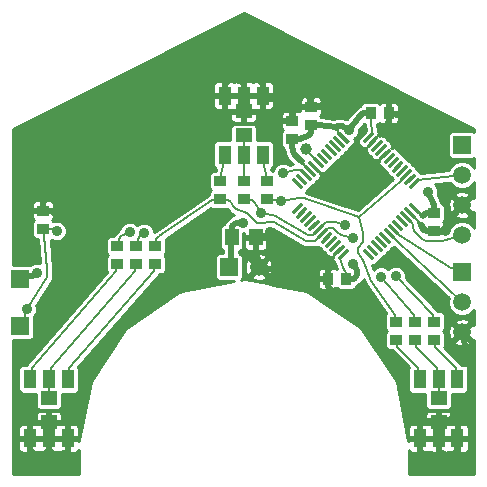
<source format=gtl>
G04 (created by PCBNEW (2013-07-07 BZR 4022)-stable) date 24/01/2015 20:57:02*
%MOIN*%
G04 Gerber Fmt 3.4, Leading zero omitted, Abs format*
%FSLAX34Y34*%
G01*
G70*
G90*
G04 APERTURE LIST*
%ADD10C,0.00590551*%
%ADD11C,0.0394*%
%ADD12R,0.04X0.035*%
%ADD13C,0.0118*%
%ADD14R,0.0433071X0.0629921*%
%ADD15R,0.055X0.045*%
%ADD16R,0.0590551X0.0590551*%
%ADD17C,0.0590551*%
%ADD18R,0.045X0.055*%
%ADD19R,0.035X0.04*%
%ADD20C,0.0354331*%
%ADD21C,0.019685*%
%ADD22C,0.00787402*%
%ADD23C,0.01*%
G04 APERTURE END LIST*
G54D10*
G54D11*
X68818Y-46062D03*
G54D12*
X73070Y-52425D03*
X73070Y-51825D03*
X62519Y-49906D03*
X62519Y-49306D03*
X63779Y-49906D03*
X63779Y-49306D03*
X63149Y-49906D03*
X63149Y-49306D03*
X67519Y-47140D03*
X67519Y-47740D03*
X65944Y-47140D03*
X65944Y-47740D03*
X66732Y-47140D03*
X66732Y-47740D03*
X71811Y-52425D03*
X71811Y-51825D03*
X60039Y-48125D03*
X60039Y-48725D03*
X72440Y-52425D03*
X72440Y-51825D03*
G54D10*
G36*
X69846Y-45563D02*
X69930Y-45480D01*
X70263Y-45814D01*
X70180Y-45897D01*
X69846Y-45563D01*
X69846Y-45563D01*
G37*
G54D13*
X69791Y-45702D02*
X70041Y-45952D01*
X69652Y-45841D02*
X69902Y-46092D01*
X69512Y-45981D02*
X69763Y-46231D01*
X69373Y-46120D02*
X69623Y-46370D01*
X69234Y-46259D02*
X69484Y-46509D01*
X69094Y-46398D02*
X69345Y-46649D01*
X68955Y-46538D02*
X69206Y-46788D01*
X68817Y-46676D02*
X69067Y-46927D01*
X68677Y-46816D02*
X68928Y-47066D01*
X68538Y-46955D02*
X68788Y-47205D01*
X68398Y-47094D02*
X68648Y-47344D01*
X68399Y-48181D02*
X68650Y-47931D01*
X68538Y-48320D02*
X68788Y-48069D01*
X68677Y-48459D02*
X68928Y-48209D01*
X68817Y-48598D02*
X69067Y-48348D01*
X68956Y-48738D02*
X69206Y-48487D01*
X69095Y-48877D02*
X69346Y-48627D01*
X69235Y-49016D02*
X69485Y-48766D01*
X69373Y-49155D02*
X69623Y-48904D01*
X69512Y-49294D02*
X69763Y-49044D01*
X69652Y-49433D02*
X69902Y-49183D01*
X69790Y-49572D02*
X70041Y-49322D01*
X69930Y-49711D02*
X70180Y-49461D01*
X70765Y-49462D02*
X71015Y-49712D01*
X70904Y-49322D02*
X71154Y-49573D01*
X71043Y-49183D02*
X71294Y-49433D01*
X71183Y-49044D02*
X71433Y-49294D01*
X71322Y-48904D02*
X71572Y-49155D01*
X71461Y-48765D02*
X71711Y-49015D01*
X71600Y-48626D02*
X71851Y-48876D01*
X71739Y-48487D02*
X71989Y-48738D01*
X71878Y-48348D02*
X72129Y-48598D01*
X72018Y-48209D02*
X72268Y-48459D01*
X72157Y-48069D02*
X72407Y-48320D01*
X72296Y-47930D02*
X72547Y-48180D01*
X72296Y-47345D02*
X72546Y-47095D01*
X72156Y-47206D02*
X72407Y-46956D01*
X72017Y-47067D02*
X72267Y-46816D01*
X71878Y-46927D02*
X72128Y-46677D01*
X71738Y-46788D02*
X71989Y-46538D01*
X71599Y-46649D02*
X71849Y-46398D01*
X71460Y-46510D02*
X71711Y-46260D01*
X71321Y-46371D02*
X71571Y-46121D01*
X71182Y-46232D02*
X71432Y-45981D01*
X71043Y-46092D02*
X71293Y-45842D01*
X70903Y-45953D02*
X71154Y-45703D01*
X70764Y-45814D02*
X71014Y-45563D01*
G54D14*
X73858Y-55708D03*
X73228Y-55708D03*
X72598Y-55708D03*
X73858Y-53740D03*
X73228Y-53740D03*
X72598Y-53740D03*
X66102Y-44291D03*
X66732Y-44291D03*
X67362Y-44291D03*
X66102Y-46259D03*
X66732Y-46259D03*
X67362Y-46259D03*
X60866Y-55708D03*
X60236Y-55708D03*
X59606Y-55708D03*
X60866Y-53740D03*
X60236Y-53740D03*
X59606Y-53740D03*
G54D15*
X73228Y-54383D03*
X73228Y-55183D03*
X66732Y-45616D03*
X66732Y-44816D03*
X60236Y-54383D03*
X60236Y-55183D03*
G54D16*
X74015Y-45940D03*
G54D17*
X74015Y-46940D03*
X74015Y-47940D03*
X74015Y-48940D03*
G54D16*
X74015Y-50181D03*
G54D17*
X74015Y-51181D03*
X74015Y-52181D03*
G54D16*
X66232Y-50000D03*
G54D17*
X67232Y-50000D03*
G54D16*
X59291Y-50393D03*
X59291Y-51968D03*
G54D18*
X66332Y-49015D03*
X67132Y-49015D03*
G54D19*
X70959Y-44881D03*
X71559Y-44881D03*
G54D12*
X68976Y-45260D03*
X68976Y-44660D03*
X73070Y-48203D03*
X73070Y-48803D03*
X68346Y-45733D03*
X68346Y-45133D03*
G54D19*
X70142Y-50393D03*
X69542Y-50393D03*
G54D20*
X59840Y-50207D03*
X72878Y-47489D03*
X70234Y-45422D03*
X70383Y-49906D03*
X66702Y-48524D03*
X62929Y-48830D03*
X67975Y-47790D03*
X71794Y-50308D03*
X70375Y-49018D03*
X71314Y-50324D03*
X70100Y-48601D03*
X63405Y-48871D03*
X67318Y-48204D03*
X69798Y-50849D03*
X60729Y-56282D03*
X62024Y-50135D03*
X68474Y-44700D03*
X69440Y-47007D03*
X67618Y-48846D03*
X60000Y-47322D03*
X61811Y-47322D03*
X63622Y-47322D03*
X59921Y-45590D03*
X61811Y-45511D03*
X63622Y-45511D03*
X64645Y-44330D03*
X66582Y-43718D03*
X68818Y-43700D03*
X70000Y-44488D03*
X72598Y-45748D03*
X70051Y-47263D03*
X64962Y-49646D03*
X63779Y-50787D03*
X59291Y-53070D03*
X60078Y-51496D03*
X61259Y-50708D03*
X70708Y-51102D03*
X70866Y-51732D03*
X71889Y-53385D03*
X72440Y-54724D03*
X73345Y-56280D03*
X72783Y-50573D03*
X64881Y-46535D03*
X68582Y-49763D03*
X59492Y-51417D03*
X60495Y-48802D03*
X68050Y-46876D03*
G54D21*
X68976Y-45337D02*
X68976Y-45260D01*
X68976Y-45435D02*
X68976Y-45337D01*
X68976Y-45518D02*
X68976Y-45435D01*
X68859Y-45635D02*
X68976Y-45518D01*
X68664Y-45690D02*
X68859Y-45635D01*
X68618Y-45733D02*
X68664Y-45690D01*
X68546Y-45733D02*
X68618Y-45733D01*
X68448Y-45733D02*
X68546Y-45733D01*
X68346Y-45733D02*
X68448Y-45733D01*
X72969Y-48203D02*
X73070Y-48203D01*
X72870Y-48203D02*
X72969Y-48203D01*
X72798Y-48203D02*
X72870Y-48203D01*
X72696Y-48301D02*
X72798Y-48203D01*
X73070Y-47946D02*
X72878Y-47489D01*
X73070Y-48028D02*
X73070Y-47946D01*
X73070Y-48127D02*
X73070Y-48028D01*
X73070Y-48203D02*
X73070Y-48127D01*
G54D22*
X69930Y-49711D02*
X70055Y-49586D01*
X70048Y-50044D02*
X69930Y-49711D01*
X70125Y-50128D02*
X70048Y-50044D01*
X70142Y-50193D02*
X70125Y-50128D01*
X70142Y-50233D02*
X70142Y-50193D01*
X70142Y-50393D02*
X70142Y-50233D01*
G54D21*
X59676Y-50315D02*
X59840Y-50207D01*
X59586Y-50315D02*
X59676Y-50315D01*
X59488Y-50315D02*
X59586Y-50315D01*
X59291Y-50393D02*
X59488Y-50315D01*
G54D22*
X72547Y-48180D02*
X72696Y-48301D01*
X72421Y-48055D02*
X72547Y-48180D01*
G54D21*
X69248Y-45260D02*
X69814Y-45345D01*
X69176Y-45260D02*
X69248Y-45260D01*
X69077Y-45260D02*
X69176Y-45260D01*
X68976Y-45260D02*
X69077Y-45260D01*
X70517Y-50110D02*
X70383Y-49906D01*
X70517Y-50276D02*
X70517Y-50110D01*
X70400Y-50393D02*
X70517Y-50276D01*
X70317Y-50393D02*
X70400Y-50393D01*
X70219Y-50393D02*
X70317Y-50393D01*
X70142Y-50393D02*
X70219Y-50393D01*
X66323Y-49192D02*
X66332Y-49015D01*
X66323Y-49290D02*
X66323Y-49192D01*
X66323Y-49380D02*
X66323Y-49290D01*
X66310Y-49615D02*
X66323Y-49380D01*
X66310Y-49704D02*
X66310Y-49615D01*
X66310Y-49803D02*
X66310Y-49704D01*
X66232Y-50000D02*
X66310Y-49803D01*
X70883Y-44881D02*
X70959Y-44881D01*
X70784Y-44881D02*
X70883Y-44881D01*
X70702Y-44881D02*
X70784Y-44881D01*
X70584Y-44999D02*
X70702Y-44881D01*
X70234Y-45422D02*
X70584Y-44999D01*
X66467Y-48524D02*
X66702Y-48524D01*
X66340Y-48651D02*
X66467Y-48524D01*
X66340Y-48740D02*
X66340Y-48651D01*
X66340Y-48839D02*
X66340Y-48740D01*
X66332Y-49015D02*
X66340Y-48839D01*
X70003Y-45303D02*
X70234Y-45422D01*
X69856Y-45303D02*
X70003Y-45303D01*
X69814Y-45345D02*
X69856Y-45303D01*
X68346Y-45809D02*
X68346Y-45733D01*
X68346Y-45908D02*
X68346Y-45809D01*
X68346Y-45990D02*
X68346Y-45908D01*
X68405Y-46234D02*
X68346Y-45990D01*
X68647Y-46476D02*
X68405Y-46234D01*
X68660Y-46482D02*
X68647Y-46476D01*
G54D22*
X69916Y-45550D02*
X70055Y-45689D01*
X69888Y-45522D02*
X69916Y-45550D01*
X69871Y-45504D02*
X69888Y-45522D01*
X69814Y-45345D02*
X69871Y-45504D01*
X68759Y-46619D02*
X68660Y-46482D01*
X68817Y-46676D02*
X68759Y-46619D01*
X68942Y-46802D02*
X68817Y-46676D01*
X70959Y-45042D02*
X70959Y-44881D01*
X70959Y-45081D02*
X70959Y-45042D01*
X71014Y-45563D02*
X70959Y-45081D01*
X70889Y-45689D02*
X71014Y-45563D01*
X72586Y-48212D02*
X72711Y-48243D01*
X72586Y-48212D02*
X72643Y-48327D01*
X69861Y-45479D02*
X69772Y-45386D01*
X69861Y-45479D02*
X69873Y-45350D01*
X68743Y-46597D02*
X68631Y-46533D01*
X68743Y-46597D02*
X68718Y-46470D01*
X68560Y-47714D02*
X67975Y-47790D01*
X68739Y-47714D02*
X68560Y-47714D01*
X70581Y-48344D02*
X68739Y-47714D01*
X71768Y-51690D02*
X71811Y-51825D01*
X71768Y-51650D02*
X71768Y-51690D01*
X71768Y-51585D02*
X71768Y-51650D01*
X70979Y-50463D02*
X71768Y-51585D01*
X70717Y-49767D02*
X70979Y-50463D01*
X70548Y-49551D02*
X70717Y-49767D01*
X70548Y-49372D02*
X70548Y-49551D01*
X70709Y-49157D02*
X70548Y-49372D01*
X70709Y-48880D02*
X70709Y-49157D01*
X70581Y-48344D02*
X70709Y-48880D01*
X72017Y-47067D02*
X72142Y-46942D01*
X71959Y-47124D02*
X72017Y-47067D01*
X70581Y-48344D02*
X71959Y-47124D01*
X67784Y-47758D02*
X67975Y-47790D01*
X67719Y-47758D02*
X67784Y-47758D01*
X67680Y-47758D02*
X67719Y-47758D01*
X67519Y-47740D02*
X67680Y-47758D01*
X62654Y-48973D02*
X62929Y-48830D01*
X62562Y-49066D02*
X62654Y-48973D01*
X62562Y-49131D02*
X62562Y-49066D01*
X62562Y-49170D02*
X62562Y-49131D01*
X62519Y-49306D02*
X62562Y-49170D01*
X73028Y-51585D02*
X71794Y-50308D01*
X73028Y-51650D02*
X73028Y-51585D01*
X73028Y-51690D02*
X73028Y-51650D01*
X73070Y-51825D02*
X73028Y-51690D01*
X65784Y-47758D02*
X65944Y-47740D01*
X65744Y-47758D02*
X65784Y-47758D01*
X65679Y-47758D02*
X65744Y-47758D01*
X63914Y-48973D02*
X65679Y-47758D01*
X63822Y-49066D02*
X63914Y-48973D01*
X63822Y-49131D02*
X63822Y-49066D01*
X63822Y-49170D02*
X63822Y-49131D01*
X63779Y-49306D02*
X63822Y-49170D01*
X66105Y-47758D02*
X65944Y-47740D01*
X66144Y-47758D02*
X66105Y-47758D01*
X66210Y-47758D02*
X66144Y-47758D01*
X66302Y-47850D02*
X66210Y-47758D01*
X66374Y-47981D02*
X66302Y-47850D01*
X66467Y-48073D02*
X66374Y-47981D01*
X66839Y-48193D02*
X66467Y-48073D01*
X67181Y-48535D02*
X66839Y-48193D01*
X67455Y-48535D02*
X67181Y-48535D01*
X67480Y-48513D02*
X67455Y-48535D01*
X67756Y-48513D02*
X67480Y-48513D01*
X68793Y-49132D02*
X67756Y-48513D01*
X69119Y-49132D02*
X68793Y-49132D01*
X69177Y-49074D02*
X69119Y-49132D01*
X69235Y-49016D02*
X69177Y-49074D01*
X69360Y-48891D02*
X69235Y-49016D01*
X69485Y-48766D02*
X69360Y-48891D01*
X69542Y-48708D02*
X69485Y-48766D01*
X69705Y-48708D02*
X69542Y-48708D01*
X69852Y-48827D02*
X69705Y-48708D01*
X69961Y-48936D02*
X69852Y-48827D01*
X70375Y-49018D02*
X69961Y-48936D01*
X66892Y-47758D02*
X66732Y-47740D01*
X66932Y-47758D02*
X66892Y-47758D01*
X66997Y-47758D02*
X66932Y-47758D01*
X67089Y-47850D02*
X66997Y-47758D01*
X67162Y-47981D02*
X67089Y-47850D01*
X67318Y-48204D02*
X67162Y-47981D01*
X63284Y-48973D02*
X63405Y-48871D01*
X63192Y-49066D02*
X63284Y-48973D01*
X63192Y-49131D02*
X63192Y-49066D01*
X63192Y-49170D02*
X63192Y-49131D01*
X63149Y-49306D02*
X63192Y-49170D01*
X67830Y-48315D02*
X67318Y-48204D01*
X67843Y-48320D02*
X67830Y-48315D01*
X68874Y-48935D02*
X67843Y-48320D01*
X69037Y-48935D02*
X68874Y-48935D01*
X69095Y-48877D02*
X69037Y-48935D01*
X69220Y-48752D02*
X69095Y-48877D01*
X69346Y-48627D02*
X69220Y-48752D01*
X69461Y-48511D02*
X69346Y-48627D01*
X69786Y-48511D02*
X69461Y-48511D01*
X70100Y-48601D02*
X69786Y-48511D01*
X72398Y-51585D02*
X71314Y-50324D01*
X72398Y-51650D02*
X72398Y-51585D01*
X72398Y-51690D02*
X72398Y-51650D01*
X72440Y-51825D02*
X72398Y-51690D01*
X71851Y-48876D02*
X71726Y-48751D01*
X71908Y-48934D02*
X71851Y-48876D01*
X73655Y-50043D02*
X71908Y-48934D01*
X73720Y-50043D02*
X73655Y-50043D01*
X73759Y-50043D02*
X73720Y-50043D01*
X74015Y-50181D02*
X73759Y-50043D01*
X72546Y-47095D02*
X74015Y-46940D01*
X72421Y-47220D02*
X72546Y-47095D01*
X72268Y-48459D02*
X72143Y-48334D01*
X72326Y-48517D02*
X72268Y-48459D01*
X72425Y-48813D02*
X72326Y-48517D01*
X72686Y-49074D02*
X72425Y-48813D01*
X72805Y-49136D02*
X72686Y-49074D01*
X73205Y-49136D02*
X72805Y-49136D01*
X73336Y-49136D02*
X73205Y-49136D01*
X73466Y-49101D02*
X73336Y-49136D01*
X74015Y-48940D02*
X73466Y-49101D01*
X71712Y-49015D02*
X71586Y-48890D01*
X71827Y-49131D02*
X71712Y-49015D01*
X74015Y-51181D02*
X71827Y-49131D01*
G54D21*
X64744Y-50322D02*
X64962Y-49646D01*
X63779Y-50787D02*
X64744Y-50322D01*
X61259Y-50708D02*
X62024Y-50135D01*
X60078Y-51496D02*
X61259Y-50708D01*
X59888Y-52475D02*
X60078Y-51496D01*
X59291Y-53070D02*
X59888Y-52475D01*
X60000Y-47322D02*
X59921Y-45590D01*
X60000Y-47322D02*
X60039Y-48125D01*
X61811Y-47322D02*
X60000Y-47322D01*
X61811Y-45511D02*
X63622Y-45511D01*
X64645Y-44330D02*
X66102Y-44291D01*
X63622Y-45511D02*
X64645Y-44330D01*
X64881Y-46535D02*
X63622Y-45511D01*
X63622Y-47322D02*
X64881Y-46535D01*
X68976Y-44660D02*
X68818Y-43700D01*
X70000Y-44488D02*
X68976Y-44660D01*
X72157Y-45016D02*
X71559Y-44881D01*
X72598Y-45748D02*
X72157Y-45016D01*
X71968Y-53858D02*
X71889Y-53385D01*
X72440Y-54724D02*
X71968Y-53858D01*
X72598Y-55118D02*
X73228Y-55124D01*
X72440Y-54724D02*
X72598Y-55118D01*
X70708Y-51102D02*
X70866Y-51732D01*
X69440Y-47007D02*
X70051Y-47263D01*
X68414Y-50226D02*
X67232Y-50000D01*
X68582Y-49763D02*
X68414Y-50226D01*
X67447Y-48957D02*
X67618Y-48846D01*
X67357Y-48957D02*
X67447Y-48957D01*
X67258Y-48957D02*
X67357Y-48957D01*
X67132Y-49015D02*
X67258Y-48957D01*
X66102Y-44074D02*
X66102Y-44291D01*
X66102Y-43976D02*
X66102Y-44074D01*
X66102Y-43886D02*
X66102Y-43976D01*
X66229Y-43759D02*
X66102Y-43886D01*
X66582Y-43718D02*
X66229Y-43759D01*
X73228Y-55250D02*
X73228Y-55124D01*
X73228Y-55349D02*
X73228Y-55250D01*
X73228Y-55393D02*
X73228Y-55349D01*
X73228Y-55492D02*
X73228Y-55393D01*
X73228Y-55708D02*
X73228Y-55492D01*
X73445Y-48701D02*
X74015Y-47940D01*
X73343Y-48803D02*
X73445Y-48701D01*
X73270Y-48803D02*
X73343Y-48803D01*
X73172Y-48803D02*
X73270Y-48803D01*
X73070Y-48803D02*
X73172Y-48803D01*
X71559Y-44983D02*
X71559Y-44881D01*
X71559Y-45081D02*
X71559Y-44983D01*
X71559Y-45154D02*
X71559Y-45081D01*
X71290Y-45505D02*
X71559Y-45154D01*
X73228Y-56113D02*
X73345Y-56280D01*
X73228Y-56023D02*
X73228Y-56113D01*
X73228Y-55925D02*
X73228Y-56023D01*
X73228Y-55708D02*
X73228Y-55925D01*
G54D22*
X69206Y-46788D02*
X69080Y-46663D01*
X69263Y-46846D02*
X69206Y-46788D01*
X69440Y-47007D02*
X69263Y-46846D01*
G54D21*
X73404Y-55115D02*
X73228Y-55124D01*
X73503Y-55115D02*
X73404Y-55115D01*
X73593Y-55115D02*
X73503Y-55115D01*
X73719Y-54989D02*
X73593Y-55115D01*
X74291Y-54144D02*
X73719Y-54989D01*
X74291Y-53965D02*
X74291Y-54144D01*
X74291Y-53335D02*
X74291Y-53965D01*
X74015Y-52181D02*
X74291Y-53335D01*
X60889Y-48639D02*
X62024Y-50135D01*
X60658Y-48408D02*
X60889Y-48639D01*
X60311Y-48125D02*
X60658Y-48408D01*
X60239Y-48125D02*
X60311Y-48125D01*
X60140Y-48125D02*
X60239Y-48125D01*
X60039Y-48125D02*
X60140Y-48125D01*
X60866Y-55925D02*
X60866Y-55708D01*
X60866Y-56023D02*
X60866Y-55925D01*
X60866Y-56113D02*
X60866Y-56023D01*
X60729Y-56282D02*
X60866Y-56113D01*
X66732Y-43886D02*
X66582Y-43718D01*
X66732Y-43976D02*
X66732Y-43886D01*
X66732Y-44074D02*
X66732Y-43976D01*
X66732Y-44291D02*
X66732Y-44074D01*
X72598Y-55925D02*
X72598Y-55708D01*
X72598Y-56023D02*
X72598Y-55925D01*
X72598Y-56113D02*
X72598Y-56023D01*
X72725Y-56240D02*
X72598Y-56113D01*
X73338Y-56280D02*
X72725Y-56240D01*
X73345Y-56280D02*
X73338Y-56280D01*
X66732Y-44507D02*
X66732Y-44291D01*
X66732Y-44606D02*
X66732Y-44507D01*
X66732Y-44650D02*
X66732Y-44606D01*
X66732Y-44749D02*
X66732Y-44650D01*
X66732Y-44875D02*
X66732Y-44749D01*
X67668Y-44389D02*
X68474Y-44700D01*
X67578Y-44389D02*
X67668Y-44389D01*
X67480Y-44389D02*
X67578Y-44389D01*
X67362Y-44291D02*
X67480Y-44389D01*
X68346Y-44875D02*
X68474Y-44700D01*
X68346Y-44958D02*
X68346Y-44875D01*
X68346Y-45056D02*
X68346Y-44958D01*
X68346Y-45133D02*
X68346Y-45056D01*
G54D22*
X69733Y-49630D02*
X69670Y-49842D01*
X69790Y-49572D02*
X69733Y-49630D01*
X69915Y-49447D02*
X69790Y-49572D01*
G54D21*
X59606Y-55925D02*
X59606Y-55708D01*
X59606Y-56023D02*
X59606Y-55925D01*
X59606Y-56113D02*
X59606Y-56023D01*
X59733Y-56240D02*
X59606Y-56113D01*
X59929Y-56240D02*
X59733Y-56240D01*
X60109Y-56240D02*
X59929Y-56240D01*
X60236Y-56113D02*
X60109Y-56240D01*
X60236Y-56023D02*
X60236Y-56113D01*
X60236Y-55925D02*
X60236Y-56023D01*
X60236Y-55708D02*
X60236Y-55925D01*
X69542Y-50495D02*
X69542Y-50393D01*
X69542Y-50593D02*
X69542Y-50495D01*
X69542Y-50666D02*
X69542Y-50593D01*
X69645Y-50768D02*
X69542Y-50666D01*
X69798Y-50849D02*
X69645Y-50768D01*
X73858Y-55925D02*
X73858Y-55708D01*
X73858Y-56023D02*
X73858Y-55925D01*
X73858Y-56113D02*
X73858Y-56023D01*
X73731Y-56240D02*
X73858Y-56113D01*
X73345Y-56280D02*
X73731Y-56240D01*
X67362Y-44074D02*
X67362Y-44291D01*
X67362Y-43976D02*
X67362Y-44074D01*
X67362Y-43886D02*
X67362Y-43976D01*
X67235Y-43759D02*
X67362Y-43886D01*
X66622Y-43718D02*
X67235Y-43759D01*
X66582Y-43718D02*
X66622Y-43718D01*
G54D22*
X72507Y-48442D02*
X72681Y-48617D01*
X72462Y-48398D02*
X72507Y-48442D01*
X72462Y-48378D02*
X72462Y-48398D01*
X72407Y-48320D02*
X72462Y-48378D01*
X72282Y-48195D02*
X72407Y-48320D01*
G54D21*
X68874Y-44660D02*
X68976Y-44660D01*
X68776Y-44660D02*
X68874Y-44660D01*
X68703Y-44660D02*
X68776Y-44660D01*
X68474Y-44700D02*
X68703Y-44660D01*
G54D22*
X71211Y-45645D02*
X71290Y-45505D01*
X71154Y-45703D02*
X71211Y-45645D01*
X71028Y-45828D02*
X71154Y-45703D01*
G54D21*
X60236Y-55250D02*
X60236Y-55124D01*
X60236Y-55349D02*
X60236Y-55250D01*
X60236Y-55393D02*
X60236Y-55349D01*
X60236Y-55492D02*
X60236Y-55393D01*
X60236Y-55708D02*
X60236Y-55492D01*
X72969Y-48803D02*
X73070Y-48803D01*
X72870Y-48803D02*
X72969Y-48803D01*
X72798Y-48803D02*
X72870Y-48803D01*
X72695Y-48701D02*
X72798Y-48803D01*
X72681Y-48617D02*
X72695Y-48701D01*
X69284Y-50393D02*
X68414Y-50226D01*
X69367Y-50393D02*
X69284Y-50393D01*
X69465Y-50393D02*
X69367Y-50393D01*
X69542Y-50393D02*
X69465Y-50393D01*
G54D22*
X70903Y-45953D02*
X71028Y-45828D01*
X70846Y-46011D02*
X70903Y-45953D01*
X70827Y-46265D02*
X70846Y-46011D01*
G54D21*
X60363Y-56240D02*
X60729Y-56282D01*
X60236Y-56113D02*
X60363Y-56240D01*
X60236Y-56023D02*
X60236Y-56113D01*
X60236Y-55925D02*
X60236Y-56023D01*
X60236Y-55708D02*
X60236Y-55925D01*
X67140Y-49192D02*
X67132Y-49015D01*
X67140Y-49290D02*
X67140Y-49192D01*
X67140Y-49380D02*
X67140Y-49290D01*
X67232Y-50000D02*
X67140Y-49380D01*
X69440Y-47007D02*
X70827Y-46265D01*
G54D22*
X71321Y-46371D02*
X71446Y-46246D01*
X71263Y-46429D02*
X71321Y-46371D01*
X71100Y-46429D02*
X71263Y-46429D01*
X70827Y-46265D02*
X71100Y-46429D01*
G54D21*
X69542Y-50121D02*
X69670Y-49842D01*
X69542Y-50193D02*
X69542Y-50121D01*
X69542Y-50292D02*
X69542Y-50193D01*
X69542Y-50393D02*
X69542Y-50292D01*
G54D22*
X69710Y-49706D02*
X69729Y-49833D01*
X69710Y-49706D02*
X69626Y-49803D01*
X72581Y-48517D02*
X72702Y-48562D01*
X72581Y-48517D02*
X72625Y-48638D01*
X71221Y-45628D02*
X71231Y-45500D01*
X71221Y-45628D02*
X71325Y-45553D01*
X70837Y-46124D02*
X70882Y-46245D01*
X70837Y-46124D02*
X70775Y-46237D01*
X70949Y-46338D02*
X70821Y-46324D01*
X70949Y-46338D02*
X70876Y-46232D01*
X65987Y-47005D02*
X65944Y-47140D01*
X65987Y-46965D02*
X65987Y-47005D01*
X65987Y-46900D02*
X65987Y-46965D01*
X66043Y-46640D02*
X65987Y-46900D01*
X66043Y-46574D02*
X66043Y-46640D01*
X66043Y-46535D02*
X66043Y-46574D01*
X66102Y-46259D02*
X66043Y-46535D01*
X72483Y-52561D02*
X72440Y-52425D01*
X72483Y-52600D02*
X72483Y-52561D01*
X72483Y-52666D02*
X72483Y-52600D01*
X73169Y-53359D02*
X72483Y-52666D01*
X73169Y-53425D02*
X73169Y-53359D01*
X73169Y-53464D02*
X73169Y-53425D01*
X73228Y-53740D02*
X73169Y-53464D01*
X73228Y-54015D02*
X73228Y-53740D01*
X73228Y-54055D02*
X73228Y-54015D01*
X73228Y-54099D02*
X73228Y-54055D01*
X73228Y-54138D02*
X73228Y-54099D01*
X73228Y-54324D02*
X73228Y-54138D01*
X66732Y-45984D02*
X66732Y-46259D01*
X66732Y-45944D02*
X66732Y-45984D01*
X66732Y-45900D02*
X66732Y-45944D01*
X66732Y-45861D02*
X66732Y-45900D01*
X66732Y-45675D02*
X66732Y-45861D01*
X66732Y-47005D02*
X66732Y-47140D01*
X66732Y-46965D02*
X66732Y-47005D01*
X66732Y-46574D02*
X66732Y-46965D01*
X66732Y-46535D02*
X66732Y-46574D01*
X66732Y-46259D02*
X66732Y-46535D01*
X60236Y-54015D02*
X60236Y-53740D01*
X60236Y-54055D02*
X60236Y-54015D01*
X60236Y-54099D02*
X60236Y-54055D01*
X60236Y-54138D02*
X60236Y-54099D01*
X60236Y-54324D02*
X60236Y-54138D01*
X63107Y-50041D02*
X63149Y-49906D01*
X63107Y-50081D02*
X63107Y-50041D01*
X63107Y-50146D02*
X63107Y-50081D01*
X60295Y-53359D02*
X63107Y-50146D01*
X60295Y-53425D02*
X60295Y-53359D01*
X60295Y-53464D02*
X60295Y-53425D01*
X60236Y-53740D02*
X60295Y-53464D01*
X63737Y-50041D02*
X63779Y-49906D01*
X63737Y-50081D02*
X63737Y-50041D01*
X63737Y-50146D02*
X63737Y-50081D01*
X60925Y-53359D02*
X63737Y-50146D01*
X60925Y-53425D02*
X60925Y-53359D01*
X60925Y-53464D02*
X60925Y-53425D01*
X60866Y-53740D02*
X60925Y-53464D01*
X67477Y-47005D02*
X67519Y-47140D01*
X67477Y-46965D02*
X67477Y-47005D01*
X67477Y-46900D02*
X67477Y-46965D01*
X67421Y-46640D02*
X67477Y-46900D01*
X67421Y-46574D02*
X67421Y-46640D01*
X67421Y-46535D02*
X67421Y-46574D01*
X67362Y-46259D02*
X67421Y-46535D01*
X69037Y-46341D02*
X68818Y-46062D01*
X69095Y-46398D02*
X69037Y-46341D01*
X69220Y-46524D02*
X69095Y-46398D01*
X60304Y-48742D02*
X60495Y-48802D01*
X60239Y-48742D02*
X60304Y-48742D01*
X60200Y-48742D02*
X60239Y-48742D01*
X60039Y-48725D02*
X60200Y-48742D01*
X60175Y-50345D02*
X59492Y-51417D01*
X60175Y-50068D02*
X60175Y-50345D01*
X60081Y-48965D02*
X60175Y-50068D01*
X60081Y-48900D02*
X60081Y-48965D01*
X60081Y-48860D02*
X60081Y-48900D01*
X60039Y-48725D02*
X60081Y-48860D01*
X59429Y-51712D02*
X59291Y-51968D01*
X59429Y-51673D02*
X59429Y-51712D01*
X59429Y-51607D02*
X59429Y-51673D01*
X59492Y-51417D02*
X59429Y-51607D01*
X68677Y-46816D02*
X68802Y-46941D01*
X68620Y-46758D02*
X68677Y-46816D01*
X68456Y-46758D02*
X68620Y-46758D01*
X68050Y-46876D02*
X68456Y-46758D01*
X62477Y-50041D02*
X62519Y-49906D01*
X62477Y-50081D02*
X62477Y-50041D01*
X62477Y-50146D02*
X62477Y-50081D01*
X59665Y-53359D02*
X62477Y-50146D01*
X59665Y-53425D02*
X59665Y-53359D01*
X59665Y-53464D02*
X59665Y-53425D01*
X59606Y-53740D02*
X59665Y-53464D01*
X71853Y-52561D02*
X71811Y-52425D01*
X71853Y-52600D02*
X71853Y-52561D01*
X71853Y-52666D02*
X71853Y-52600D01*
X72539Y-53359D02*
X71853Y-52666D01*
X72539Y-53425D02*
X72539Y-53359D01*
X72539Y-53464D02*
X72539Y-53425D01*
X72598Y-53740D02*
X72539Y-53464D01*
X73113Y-52561D02*
X73070Y-52425D01*
X73113Y-52600D02*
X73113Y-52561D01*
X73113Y-52666D02*
X73113Y-52600D01*
X73799Y-53359D02*
X73113Y-52666D01*
X73799Y-53425D02*
X73799Y-53359D01*
X73799Y-53464D02*
X73799Y-53425D01*
X73858Y-53740D02*
X73799Y-53464D01*
G54D10*
G36*
X71700Y-47076D02*
X70533Y-48109D01*
X68807Y-47518D01*
X68803Y-47518D01*
X68815Y-47510D01*
X68864Y-47436D01*
X68866Y-47424D01*
X68881Y-47421D01*
X68955Y-47371D01*
X69004Y-47298D01*
X69006Y-47284D01*
X69020Y-47281D01*
X69094Y-47232D01*
X69143Y-47158D01*
X69146Y-47145D01*
X69159Y-47142D01*
X69233Y-47093D01*
X69282Y-47019D01*
X69286Y-47000D01*
X69314Y-46988D01*
X69314Y-46938D01*
X69298Y-46922D01*
X69287Y-46869D01*
X69338Y-46879D01*
X69356Y-46896D01*
X69405Y-46897D01*
X69418Y-46868D01*
X69437Y-46864D01*
X69511Y-46815D01*
X69560Y-46741D01*
X69563Y-46728D01*
X69577Y-46725D01*
X69650Y-46676D01*
X69700Y-46602D01*
X69702Y-46588D01*
X69716Y-46586D01*
X69790Y-46536D01*
X69839Y-46463D01*
X69842Y-46449D01*
X69855Y-46446D01*
X69929Y-46397D01*
X69978Y-46323D01*
X69981Y-46310D01*
X69995Y-46307D01*
X70068Y-46258D01*
X70117Y-46184D01*
X70120Y-46170D01*
X70134Y-46168D01*
X70208Y-46118D01*
X70254Y-46048D01*
X70275Y-46040D01*
X70322Y-45992D01*
X70406Y-45909D01*
X70431Y-45847D01*
X70431Y-45780D01*
X70408Y-45724D01*
X70429Y-45715D01*
X70526Y-45618D01*
X70579Y-45491D01*
X70579Y-45423D01*
X70730Y-45241D01*
X70751Y-45249D01*
X70770Y-45249D01*
X70794Y-45463D01*
X70598Y-45659D01*
X70549Y-45732D01*
X70531Y-45819D01*
X70549Y-45906D01*
X70598Y-45980D01*
X70671Y-46029D01*
X70691Y-46033D01*
X70704Y-46061D01*
X70753Y-46061D01*
X70771Y-46044D01*
X70823Y-46034D01*
X70812Y-46086D01*
X70795Y-46103D01*
X70795Y-46152D01*
X70823Y-46166D01*
X70827Y-46185D01*
X70876Y-46258D01*
X70950Y-46308D01*
X70964Y-46310D01*
X70966Y-46324D01*
X71016Y-46398D01*
X71089Y-46447D01*
X71109Y-46451D01*
X71122Y-46479D01*
X71171Y-46479D01*
X71188Y-46462D01*
X71241Y-46451D01*
X71230Y-46504D01*
X71213Y-46521D01*
X71213Y-46570D01*
X71241Y-46584D01*
X71245Y-46603D01*
X71294Y-46676D01*
X71368Y-46726D01*
X71381Y-46728D01*
X71384Y-46741D01*
X71433Y-46815D01*
X71507Y-46864D01*
X71520Y-46867D01*
X71523Y-46881D01*
X71572Y-46954D01*
X71646Y-47003D01*
X71660Y-47006D01*
X71662Y-47020D01*
X71700Y-47076D01*
X71700Y-47076D01*
G37*
G54D23*
X71700Y-47076D02*
X70533Y-48109D01*
X68807Y-47518D01*
X68803Y-47518D01*
X68815Y-47510D01*
X68864Y-47436D01*
X68866Y-47424D01*
X68881Y-47421D01*
X68955Y-47371D01*
X69004Y-47298D01*
X69006Y-47284D01*
X69020Y-47281D01*
X69094Y-47232D01*
X69143Y-47158D01*
X69146Y-47145D01*
X69159Y-47142D01*
X69233Y-47093D01*
X69282Y-47019D01*
X69286Y-47000D01*
X69314Y-46988D01*
X69314Y-46938D01*
X69298Y-46922D01*
X69287Y-46869D01*
X69338Y-46879D01*
X69356Y-46896D01*
X69405Y-46897D01*
X69418Y-46868D01*
X69437Y-46864D01*
X69511Y-46815D01*
X69560Y-46741D01*
X69563Y-46728D01*
X69577Y-46725D01*
X69650Y-46676D01*
X69700Y-46602D01*
X69702Y-46588D01*
X69716Y-46586D01*
X69790Y-46536D01*
X69839Y-46463D01*
X69842Y-46449D01*
X69855Y-46446D01*
X69929Y-46397D01*
X69978Y-46323D01*
X69981Y-46310D01*
X69995Y-46307D01*
X70068Y-46258D01*
X70117Y-46184D01*
X70120Y-46170D01*
X70134Y-46168D01*
X70208Y-46118D01*
X70254Y-46048D01*
X70275Y-46040D01*
X70322Y-45992D01*
X70406Y-45909D01*
X70431Y-45847D01*
X70431Y-45780D01*
X70408Y-45724D01*
X70429Y-45715D01*
X70526Y-45618D01*
X70579Y-45491D01*
X70579Y-45423D01*
X70730Y-45241D01*
X70751Y-45249D01*
X70770Y-45249D01*
X70794Y-45463D01*
X70598Y-45659D01*
X70549Y-45732D01*
X70531Y-45819D01*
X70549Y-45906D01*
X70598Y-45980D01*
X70671Y-46029D01*
X70691Y-46033D01*
X70704Y-46061D01*
X70753Y-46061D01*
X70771Y-46044D01*
X70823Y-46034D01*
X70812Y-46086D01*
X70795Y-46103D01*
X70795Y-46152D01*
X70823Y-46166D01*
X70827Y-46185D01*
X70876Y-46258D01*
X70950Y-46308D01*
X70964Y-46310D01*
X70966Y-46324D01*
X71016Y-46398D01*
X71089Y-46447D01*
X71109Y-46451D01*
X71122Y-46479D01*
X71171Y-46479D01*
X71188Y-46462D01*
X71241Y-46451D01*
X71230Y-46504D01*
X71213Y-46521D01*
X71213Y-46570D01*
X71241Y-46584D01*
X71245Y-46603D01*
X71294Y-46676D01*
X71368Y-46726D01*
X71381Y-46728D01*
X71384Y-46741D01*
X71433Y-46815D01*
X71507Y-46864D01*
X71520Y-46867D01*
X71523Y-46881D01*
X71572Y-46954D01*
X71646Y-47003D01*
X71660Y-47006D01*
X71662Y-47020D01*
X71700Y-47076D01*
G54D10*
G36*
X72744Y-48755D02*
X72702Y-48755D01*
X72702Y-48797D01*
X72606Y-48701D01*
X72543Y-48513D01*
X72589Y-48545D01*
X72690Y-48567D01*
X72716Y-48563D01*
X72702Y-48595D01*
X72702Y-48713D01*
X72744Y-48755D01*
X72744Y-48755D01*
G37*
G54D23*
X72744Y-48755D02*
X72702Y-48755D01*
X72702Y-48797D01*
X72606Y-48701D01*
X72543Y-48513D01*
X72589Y-48545D01*
X72690Y-48567D01*
X72716Y-48563D01*
X72702Y-48595D01*
X72702Y-48713D01*
X72744Y-48755D01*
G54D10*
G36*
X74418Y-46702D02*
X74408Y-46678D01*
X74278Y-46548D01*
X74108Y-46477D01*
X73923Y-46477D01*
X73753Y-46547D01*
X73623Y-46678D01*
X73581Y-46777D01*
X72629Y-46878D01*
X72625Y-46877D01*
X72622Y-46863D01*
X72573Y-46789D01*
X72499Y-46740D01*
X72485Y-46738D01*
X72483Y-46724D01*
X72433Y-46650D01*
X72360Y-46601D01*
X72346Y-46598D01*
X72343Y-46585D01*
X72294Y-46511D01*
X72220Y-46462D01*
X72207Y-46459D01*
X72204Y-46445D01*
X72155Y-46372D01*
X72081Y-46322D01*
X72068Y-46320D01*
X72065Y-46306D01*
X72016Y-46232D01*
X71942Y-46183D01*
X71929Y-46180D01*
X71926Y-46167D01*
X71902Y-46132D01*
X71902Y-45048D01*
X71902Y-44715D01*
X71902Y-44648D01*
X71877Y-44586D01*
X71829Y-44539D01*
X71768Y-44513D01*
X71650Y-44513D01*
X71608Y-44555D01*
X71608Y-44833D01*
X71860Y-44833D01*
X71902Y-44791D01*
X71902Y-44715D01*
X71902Y-45048D01*
X71902Y-44972D01*
X71860Y-44930D01*
X71608Y-44930D01*
X71608Y-45207D01*
X71650Y-45250D01*
X71768Y-45250D01*
X71829Y-45224D01*
X71877Y-45177D01*
X71902Y-45115D01*
X71902Y-45048D01*
X71902Y-46132D01*
X71877Y-46094D01*
X71803Y-46044D01*
X71784Y-46041D01*
X71771Y-46012D01*
X71722Y-46012D01*
X71704Y-46030D01*
X71652Y-46040D01*
X71662Y-45988D01*
X71680Y-45970D01*
X71680Y-45921D01*
X71651Y-45908D01*
X71648Y-45889D01*
X71598Y-45815D01*
X71525Y-45766D01*
X71511Y-45763D01*
X71508Y-45749D01*
X71459Y-45676D01*
X71385Y-45627D01*
X71366Y-45623D01*
X71353Y-45594D01*
X71304Y-45594D01*
X71286Y-45612D01*
X71234Y-45622D01*
X71245Y-45570D01*
X71262Y-45553D01*
X71262Y-45503D01*
X71234Y-45490D01*
X71230Y-45471D01*
X71209Y-45440D01*
X71186Y-45242D01*
X71229Y-45224D01*
X71259Y-45194D01*
X71289Y-45224D01*
X71351Y-45250D01*
X71469Y-45250D01*
X71511Y-45207D01*
X71511Y-44930D01*
X71503Y-44930D01*
X71503Y-44833D01*
X71511Y-44833D01*
X71511Y-44555D01*
X71469Y-44513D01*
X71351Y-44513D01*
X71289Y-44539D01*
X71259Y-44569D01*
X71230Y-44539D01*
X71168Y-44513D01*
X71101Y-44513D01*
X70751Y-44513D01*
X70689Y-44539D01*
X70642Y-44586D01*
X70624Y-44630D01*
X70600Y-44635D01*
X70513Y-44693D01*
X70396Y-44810D01*
X70389Y-44820D01*
X70379Y-44829D01*
X70174Y-45077D01*
X70166Y-45077D01*
X70155Y-45081D01*
X70125Y-45066D01*
X70114Y-45063D01*
X70105Y-45056D01*
X70065Y-45048D01*
X70025Y-45037D01*
X70014Y-45038D01*
X70003Y-45036D01*
X69856Y-45036D01*
X69856Y-45036D01*
X69754Y-45056D01*
X69742Y-45064D01*
X69323Y-45002D01*
X69318Y-44990D01*
X69289Y-44960D01*
X69318Y-44930D01*
X69344Y-44868D01*
X69344Y-44452D01*
X69318Y-44390D01*
X69271Y-44343D01*
X69209Y-44317D01*
X69143Y-44317D01*
X69066Y-44317D01*
X69024Y-44359D01*
X69024Y-44612D01*
X69302Y-44612D01*
X69344Y-44570D01*
X69344Y-44452D01*
X69344Y-44868D01*
X69344Y-44751D01*
X69302Y-44709D01*
X69024Y-44709D01*
X69024Y-44716D01*
X68927Y-44716D01*
X68927Y-44709D01*
X68927Y-44612D01*
X68927Y-44359D01*
X68885Y-44317D01*
X68809Y-44317D01*
X68742Y-44317D01*
X68681Y-44343D01*
X68633Y-44390D01*
X68608Y-44452D01*
X68608Y-44570D01*
X68650Y-44612D01*
X68927Y-44612D01*
X68927Y-44709D01*
X68650Y-44709D01*
X68608Y-44751D01*
X68608Y-44801D01*
X68580Y-44789D01*
X68513Y-44789D01*
X68436Y-44789D01*
X68394Y-44831D01*
X68394Y-45084D01*
X68402Y-45084D01*
X68402Y-45181D01*
X68394Y-45181D01*
X68394Y-45189D01*
X68298Y-45189D01*
X68298Y-45181D01*
X68298Y-45084D01*
X68298Y-44831D01*
X68256Y-44789D01*
X68179Y-44789D01*
X68112Y-44789D01*
X68051Y-44815D01*
X68003Y-44862D01*
X67978Y-44924D01*
X67978Y-45042D01*
X68020Y-45084D01*
X68298Y-45084D01*
X68298Y-45181D01*
X68020Y-45181D01*
X67978Y-45223D01*
X67978Y-45341D01*
X68003Y-45403D01*
X68033Y-45433D01*
X68004Y-45462D01*
X67978Y-45524D01*
X67978Y-45591D01*
X67978Y-45941D01*
X68003Y-46003D01*
X68051Y-46050D01*
X68090Y-46066D01*
X68146Y-46296D01*
X68154Y-46315D01*
X68159Y-46336D01*
X68176Y-46362D01*
X68189Y-46391D01*
X68205Y-46405D01*
X68216Y-46422D01*
X68363Y-46569D01*
X68261Y-46599D01*
X68246Y-46584D01*
X68119Y-46531D01*
X67982Y-46531D01*
X67855Y-46584D01*
X67758Y-46681D01*
X67709Y-46797D01*
X67686Y-46797D01*
X67667Y-46797D01*
X67651Y-46726D01*
X67673Y-46717D01*
X67721Y-46670D01*
X67746Y-46608D01*
X67746Y-46541D01*
X67746Y-45911D01*
X67746Y-44639D01*
X67746Y-43943D01*
X67721Y-43881D01*
X67674Y-43833D01*
X67612Y-43808D01*
X67545Y-43808D01*
X67452Y-43808D01*
X67410Y-43850D01*
X67410Y-44242D01*
X67704Y-44242D01*
X67746Y-44200D01*
X67746Y-43943D01*
X67746Y-44639D01*
X67746Y-44381D01*
X67704Y-44339D01*
X67410Y-44339D01*
X67410Y-44732D01*
X67452Y-44774D01*
X67545Y-44774D01*
X67612Y-44774D01*
X67674Y-44748D01*
X67721Y-44701D01*
X67746Y-44639D01*
X67746Y-45911D01*
X67721Y-45849D01*
X67674Y-45802D01*
X67612Y-45776D01*
X67545Y-45776D01*
X67313Y-45776D01*
X67313Y-44732D01*
X67313Y-44339D01*
X67313Y-44242D01*
X67313Y-43850D01*
X67271Y-43808D01*
X67178Y-43808D01*
X67112Y-43808D01*
X67050Y-43833D01*
X67047Y-43837D01*
X67044Y-43833D01*
X66982Y-43808D01*
X66915Y-43808D01*
X66822Y-43808D01*
X66780Y-43850D01*
X66780Y-44242D01*
X67019Y-44242D01*
X67074Y-44242D01*
X67313Y-44242D01*
X67313Y-44339D01*
X67074Y-44339D01*
X67019Y-44339D01*
X66780Y-44339D01*
X66780Y-44465D01*
X66780Y-44732D01*
X66780Y-44768D01*
X66816Y-44768D01*
X66822Y-44774D01*
X66915Y-44774D01*
X66982Y-44774D01*
X66997Y-44768D01*
X67096Y-44768D01*
X67112Y-44774D01*
X67178Y-44774D01*
X67271Y-44774D01*
X67313Y-44732D01*
X67313Y-45776D01*
X67175Y-45776D01*
X67175Y-45358D01*
X67175Y-45074D01*
X67175Y-44906D01*
X67133Y-44864D01*
X66780Y-44864D01*
X66780Y-45167D01*
X66822Y-45209D01*
X66973Y-45209D01*
X67040Y-45209D01*
X67102Y-45183D01*
X67149Y-45136D01*
X67175Y-45074D01*
X67175Y-45358D01*
X67149Y-45296D01*
X67102Y-45249D01*
X67040Y-45223D01*
X66973Y-45223D01*
X66683Y-45223D01*
X66683Y-45167D01*
X66683Y-44864D01*
X66683Y-44768D01*
X66683Y-44732D01*
X66683Y-44465D01*
X66683Y-44339D01*
X66683Y-44242D01*
X66683Y-43850D01*
X66641Y-43808D01*
X66549Y-43808D01*
X66482Y-43808D01*
X66420Y-43833D01*
X66417Y-43837D01*
X66414Y-43833D01*
X66352Y-43808D01*
X66285Y-43808D01*
X66192Y-43808D01*
X66150Y-43850D01*
X66150Y-44242D01*
X66389Y-44242D01*
X66444Y-44242D01*
X66683Y-44242D01*
X66683Y-44339D01*
X66444Y-44339D01*
X66389Y-44339D01*
X66150Y-44339D01*
X66150Y-44732D01*
X66192Y-44774D01*
X66285Y-44774D01*
X66352Y-44774D01*
X66367Y-44768D01*
X66467Y-44768D01*
X66482Y-44774D01*
X66549Y-44774D01*
X66641Y-44774D01*
X66648Y-44768D01*
X66683Y-44768D01*
X66683Y-44864D01*
X66331Y-44864D01*
X66289Y-44906D01*
X66289Y-45074D01*
X66314Y-45136D01*
X66361Y-45183D01*
X66423Y-45209D01*
X66490Y-45209D01*
X66641Y-45209D01*
X66683Y-45167D01*
X66683Y-45223D01*
X66423Y-45223D01*
X66362Y-45248D01*
X66314Y-45296D01*
X66289Y-45357D01*
X66289Y-45424D01*
X66289Y-45776D01*
X66285Y-45776D01*
X66053Y-45776D01*
X66053Y-44732D01*
X66053Y-44339D01*
X66053Y-44242D01*
X66053Y-43850D01*
X66011Y-43808D01*
X65919Y-43808D01*
X65852Y-43808D01*
X65790Y-43833D01*
X65743Y-43881D01*
X65717Y-43943D01*
X65717Y-44200D01*
X65759Y-44242D01*
X66053Y-44242D01*
X66053Y-44339D01*
X65759Y-44339D01*
X65717Y-44381D01*
X65717Y-44639D01*
X65743Y-44701D01*
X65790Y-44748D01*
X65852Y-44774D01*
X65919Y-44774D01*
X66011Y-44774D01*
X66053Y-44732D01*
X66053Y-45776D01*
X65852Y-45776D01*
X65790Y-45802D01*
X65743Y-45849D01*
X65717Y-45911D01*
X65717Y-45978D01*
X65717Y-46608D01*
X65743Y-46669D01*
X65790Y-46717D01*
X65812Y-46726D01*
X65797Y-46797D01*
X65711Y-46797D01*
X65649Y-46823D01*
X65602Y-46870D01*
X65576Y-46932D01*
X65576Y-46999D01*
X65576Y-47349D01*
X65602Y-47411D01*
X65632Y-47440D01*
X65602Y-47470D01*
X65576Y-47532D01*
X65576Y-47582D01*
X65574Y-47583D01*
X65563Y-47588D01*
X63796Y-48802D01*
X63783Y-48816D01*
X63767Y-48827D01*
X63751Y-48843D01*
X63751Y-48803D01*
X63698Y-48676D01*
X63601Y-48579D01*
X63474Y-48526D01*
X63337Y-48526D01*
X63210Y-48579D01*
X63188Y-48601D01*
X63124Y-48538D01*
X62998Y-48485D01*
X62860Y-48485D01*
X62733Y-48537D01*
X62636Y-48634D01*
X62583Y-48761D01*
X62583Y-48776D01*
X62558Y-48789D01*
X62534Y-48809D01*
X62507Y-48827D01*
X62415Y-48919D01*
X62386Y-48963D01*
X62286Y-48963D01*
X62224Y-48988D01*
X62177Y-49035D01*
X62151Y-49097D01*
X62151Y-49164D01*
X62151Y-49514D01*
X62177Y-49576D01*
X62206Y-49606D01*
X62177Y-49635D01*
X62151Y-49697D01*
X62151Y-49764D01*
X62151Y-50114D01*
X62176Y-50175D01*
X59509Y-53223D01*
X59492Y-53252D01*
X59489Y-53257D01*
X59356Y-53257D01*
X59294Y-53282D01*
X59247Y-53329D01*
X59221Y-53391D01*
X59221Y-53458D01*
X59221Y-54088D01*
X59247Y-54150D01*
X59294Y-54197D01*
X59356Y-54223D01*
X59423Y-54223D01*
X59793Y-54223D01*
X59793Y-54641D01*
X59818Y-54703D01*
X59865Y-54750D01*
X59927Y-54776D01*
X59994Y-54776D01*
X60544Y-54776D01*
X60606Y-54751D01*
X60653Y-54703D01*
X60679Y-54642D01*
X60679Y-54575D01*
X60679Y-54223D01*
X60682Y-54223D01*
X61115Y-54223D01*
X61177Y-54197D01*
X61225Y-54150D01*
X61250Y-54088D01*
X61250Y-54021D01*
X61250Y-53391D01*
X61225Y-53331D01*
X63893Y-50283D01*
X63913Y-50249D01*
X64012Y-50249D01*
X64074Y-50223D01*
X64121Y-50176D01*
X64147Y-50114D01*
X64147Y-50048D01*
X64147Y-49698D01*
X64122Y-49636D01*
X64092Y-49606D01*
X64121Y-49576D01*
X64147Y-49514D01*
X64147Y-49448D01*
X64147Y-49098D01*
X64137Y-49072D01*
X65634Y-48043D01*
X65649Y-48058D01*
X65711Y-48084D01*
X65778Y-48084D01*
X66178Y-48084D01*
X66191Y-48078D01*
X66193Y-48081D01*
X66212Y-48104D01*
X66228Y-48127D01*
X66320Y-48220D01*
X66327Y-48224D01*
X66332Y-48231D01*
X66360Y-48247D01*
X66387Y-48265D01*
X66396Y-48266D01*
X66402Y-48270D01*
X66365Y-48277D01*
X66279Y-48335D01*
X66152Y-48462D01*
X66094Y-48549D01*
X66089Y-48572D01*
X66073Y-48572D01*
X66012Y-48598D01*
X65964Y-48645D01*
X65939Y-48707D01*
X65939Y-48774D01*
X65939Y-49324D01*
X65964Y-49385D01*
X66011Y-49433D01*
X66052Y-49450D01*
X66048Y-49536D01*
X65903Y-49536D01*
X65841Y-49562D01*
X65794Y-49609D01*
X65768Y-49671D01*
X65768Y-49738D01*
X65768Y-50328D01*
X65794Y-50390D01*
X65841Y-50437D01*
X65903Y-50463D01*
X65970Y-50463D01*
X66416Y-50463D01*
X64661Y-50810D01*
X64594Y-50838D01*
X64587Y-50845D01*
X62876Y-51986D01*
X62868Y-51990D01*
X62816Y-52042D01*
X61669Y-53760D01*
X61663Y-53767D01*
X61635Y-53834D01*
X61250Y-55779D01*
X61250Y-55360D01*
X61225Y-55298D01*
X61178Y-55251D01*
X61116Y-55225D01*
X61049Y-55225D01*
X60956Y-55225D01*
X60914Y-55267D01*
X60914Y-55660D01*
X61208Y-55660D01*
X61250Y-55618D01*
X61250Y-55360D01*
X61250Y-55779D01*
X61247Y-55795D01*
X61208Y-55757D01*
X60914Y-55757D01*
X60914Y-56149D01*
X60956Y-56191D01*
X61049Y-56191D01*
X61116Y-56191D01*
X61178Y-56166D01*
X61225Y-56118D01*
X61229Y-56108D01*
X61229Y-56898D01*
X60817Y-56898D01*
X60817Y-56149D01*
X60817Y-55757D01*
X60817Y-55660D01*
X60817Y-55267D01*
X60775Y-55225D01*
X60682Y-55225D01*
X60679Y-55225D01*
X60679Y-54925D01*
X60653Y-54863D01*
X60606Y-54816D01*
X60544Y-54790D01*
X60477Y-54790D01*
X60326Y-54790D01*
X60284Y-54832D01*
X60284Y-55135D01*
X60637Y-55135D01*
X60679Y-55093D01*
X60679Y-54925D01*
X60679Y-55225D01*
X60616Y-55225D01*
X60600Y-55231D01*
X60501Y-55231D01*
X60486Y-55225D01*
X60419Y-55225D01*
X60326Y-55225D01*
X60320Y-55231D01*
X60284Y-55231D01*
X60284Y-55267D01*
X60284Y-55534D01*
X60284Y-55660D01*
X60523Y-55660D01*
X60578Y-55660D01*
X60817Y-55660D01*
X60817Y-55757D01*
X60578Y-55757D01*
X60523Y-55757D01*
X60284Y-55757D01*
X60284Y-56149D01*
X60326Y-56191D01*
X60419Y-56191D01*
X60486Y-56191D01*
X60548Y-56166D01*
X60551Y-56162D01*
X60554Y-56166D01*
X60616Y-56191D01*
X60682Y-56191D01*
X60775Y-56191D01*
X60817Y-56149D01*
X60817Y-56898D01*
X60187Y-56898D01*
X60187Y-56149D01*
X60187Y-55757D01*
X60187Y-55660D01*
X60187Y-55534D01*
X60187Y-55267D01*
X60187Y-55231D01*
X60187Y-55135D01*
X60187Y-54832D01*
X60145Y-54790D01*
X59994Y-54790D01*
X59927Y-54790D01*
X59865Y-54816D01*
X59818Y-54863D01*
X59793Y-54925D01*
X59793Y-55093D01*
X59835Y-55135D01*
X60187Y-55135D01*
X60187Y-55231D01*
X60152Y-55231D01*
X60145Y-55225D01*
X60052Y-55225D01*
X59986Y-55225D01*
X59970Y-55231D01*
X59871Y-55231D01*
X59856Y-55225D01*
X59789Y-55225D01*
X59696Y-55225D01*
X59654Y-55267D01*
X59654Y-55660D01*
X59893Y-55660D01*
X59948Y-55660D01*
X60187Y-55660D01*
X60187Y-55757D01*
X59948Y-55757D01*
X59893Y-55757D01*
X59654Y-55757D01*
X59654Y-56149D01*
X59696Y-56191D01*
X59789Y-56191D01*
X59856Y-56191D01*
X59918Y-56166D01*
X59921Y-56162D01*
X59924Y-56166D01*
X59986Y-56191D01*
X60052Y-56191D01*
X60145Y-56191D01*
X60187Y-56149D01*
X60187Y-56898D01*
X59557Y-56898D01*
X59557Y-56149D01*
X59557Y-55757D01*
X59557Y-55660D01*
X59557Y-55267D01*
X59515Y-55225D01*
X59423Y-55225D01*
X59356Y-55225D01*
X59294Y-55251D01*
X59247Y-55298D01*
X59221Y-55360D01*
X59221Y-55618D01*
X59263Y-55660D01*
X59557Y-55660D01*
X59557Y-55757D01*
X59263Y-55757D01*
X59221Y-55799D01*
X59221Y-56056D01*
X59247Y-56118D01*
X59294Y-56166D01*
X59356Y-56191D01*
X59423Y-56191D01*
X59515Y-56191D01*
X59557Y-56149D01*
X59557Y-56898D01*
X59046Y-56898D01*
X59046Y-52431D01*
X59619Y-52431D01*
X59681Y-52406D01*
X59729Y-52359D01*
X59754Y-52297D01*
X59754Y-52230D01*
X59754Y-51642D01*
X59784Y-51613D01*
X59837Y-51486D01*
X59837Y-51348D01*
X59815Y-51295D01*
X60349Y-50456D01*
X60355Y-50443D01*
X60367Y-50425D01*
X60372Y-50398D01*
X60379Y-50381D01*
X60378Y-50366D01*
X60383Y-50345D01*
X60383Y-50068D01*
X60381Y-50062D01*
X60383Y-50050D01*
X60301Y-49095D01*
X60426Y-49147D01*
X60563Y-49147D01*
X60690Y-49095D01*
X60787Y-48998D01*
X60840Y-48871D01*
X60840Y-48733D01*
X60788Y-48606D01*
X60691Y-48509D01*
X60564Y-48457D01*
X60426Y-48456D01*
X60389Y-48472D01*
X60381Y-48455D01*
X60352Y-48425D01*
X60381Y-48395D01*
X60407Y-48333D01*
X60407Y-47916D01*
X60381Y-47855D01*
X60334Y-47807D01*
X60272Y-47782D01*
X60206Y-47782D01*
X60129Y-47782D01*
X60087Y-47824D01*
X60087Y-48076D01*
X60365Y-48076D01*
X60407Y-48034D01*
X60407Y-47916D01*
X60407Y-48333D01*
X60407Y-48215D01*
X60365Y-48173D01*
X60087Y-48173D01*
X60087Y-48181D01*
X59990Y-48181D01*
X59990Y-48173D01*
X59990Y-48076D01*
X59990Y-47824D01*
X59948Y-47782D01*
X59872Y-47782D01*
X59805Y-47782D01*
X59744Y-47807D01*
X59696Y-47855D01*
X59671Y-47916D01*
X59671Y-48034D01*
X59713Y-48076D01*
X59990Y-48076D01*
X59990Y-48173D01*
X59713Y-48173D01*
X59671Y-48215D01*
X59671Y-48333D01*
X59696Y-48395D01*
X59726Y-48425D01*
X59696Y-48454D01*
X59671Y-48516D01*
X59671Y-48583D01*
X59671Y-48933D01*
X59696Y-48995D01*
X59744Y-49042D01*
X59805Y-49068D01*
X59872Y-49068D01*
X59882Y-49068D01*
X59951Y-49879D01*
X59909Y-49861D01*
X59772Y-49861D01*
X59645Y-49914D01*
X59626Y-49933D01*
X59620Y-49930D01*
X59553Y-49930D01*
X59046Y-49930D01*
X59046Y-45391D01*
X66726Y-41545D01*
X74418Y-45397D01*
X74418Y-45515D01*
X74406Y-45503D01*
X74344Y-45477D01*
X74277Y-45477D01*
X73687Y-45477D01*
X73625Y-45503D01*
X73578Y-45550D01*
X73552Y-45612D01*
X73552Y-45678D01*
X73552Y-46269D01*
X73577Y-46331D01*
X73625Y-46378D01*
X73686Y-46404D01*
X73753Y-46404D01*
X74344Y-46404D01*
X74406Y-46378D01*
X74418Y-46366D01*
X74418Y-46702D01*
X74418Y-46702D01*
G37*
G54D23*
X74418Y-46702D02*
X74408Y-46678D01*
X74278Y-46548D01*
X74108Y-46477D01*
X73923Y-46477D01*
X73753Y-46547D01*
X73623Y-46678D01*
X73581Y-46777D01*
X72629Y-46878D01*
X72625Y-46877D01*
X72622Y-46863D01*
X72573Y-46789D01*
X72499Y-46740D01*
X72485Y-46738D01*
X72483Y-46724D01*
X72433Y-46650D01*
X72360Y-46601D01*
X72346Y-46598D01*
X72343Y-46585D01*
X72294Y-46511D01*
X72220Y-46462D01*
X72207Y-46459D01*
X72204Y-46445D01*
X72155Y-46372D01*
X72081Y-46322D01*
X72068Y-46320D01*
X72065Y-46306D01*
X72016Y-46232D01*
X71942Y-46183D01*
X71929Y-46180D01*
X71926Y-46167D01*
X71902Y-46132D01*
X71902Y-45048D01*
X71902Y-44715D01*
X71902Y-44648D01*
X71877Y-44586D01*
X71829Y-44539D01*
X71768Y-44513D01*
X71650Y-44513D01*
X71608Y-44555D01*
X71608Y-44833D01*
X71860Y-44833D01*
X71902Y-44791D01*
X71902Y-44715D01*
X71902Y-45048D01*
X71902Y-44972D01*
X71860Y-44930D01*
X71608Y-44930D01*
X71608Y-45207D01*
X71650Y-45250D01*
X71768Y-45250D01*
X71829Y-45224D01*
X71877Y-45177D01*
X71902Y-45115D01*
X71902Y-45048D01*
X71902Y-46132D01*
X71877Y-46094D01*
X71803Y-46044D01*
X71784Y-46041D01*
X71771Y-46012D01*
X71722Y-46012D01*
X71704Y-46030D01*
X71652Y-46040D01*
X71662Y-45988D01*
X71680Y-45970D01*
X71680Y-45921D01*
X71651Y-45908D01*
X71648Y-45889D01*
X71598Y-45815D01*
X71525Y-45766D01*
X71511Y-45763D01*
X71508Y-45749D01*
X71459Y-45676D01*
X71385Y-45627D01*
X71366Y-45623D01*
X71353Y-45594D01*
X71304Y-45594D01*
X71286Y-45612D01*
X71234Y-45622D01*
X71245Y-45570D01*
X71262Y-45553D01*
X71262Y-45503D01*
X71234Y-45490D01*
X71230Y-45471D01*
X71209Y-45440D01*
X71186Y-45242D01*
X71229Y-45224D01*
X71259Y-45194D01*
X71289Y-45224D01*
X71351Y-45250D01*
X71469Y-45250D01*
X71511Y-45207D01*
X71511Y-44930D01*
X71503Y-44930D01*
X71503Y-44833D01*
X71511Y-44833D01*
X71511Y-44555D01*
X71469Y-44513D01*
X71351Y-44513D01*
X71289Y-44539D01*
X71259Y-44569D01*
X71230Y-44539D01*
X71168Y-44513D01*
X71101Y-44513D01*
X70751Y-44513D01*
X70689Y-44539D01*
X70642Y-44586D01*
X70624Y-44630D01*
X70600Y-44635D01*
X70513Y-44693D01*
X70396Y-44810D01*
X70389Y-44820D01*
X70379Y-44829D01*
X70174Y-45077D01*
X70166Y-45077D01*
X70155Y-45081D01*
X70125Y-45066D01*
X70114Y-45063D01*
X70105Y-45056D01*
X70065Y-45048D01*
X70025Y-45037D01*
X70014Y-45038D01*
X70003Y-45036D01*
X69856Y-45036D01*
X69856Y-45036D01*
X69754Y-45056D01*
X69742Y-45064D01*
X69323Y-45002D01*
X69318Y-44990D01*
X69289Y-44960D01*
X69318Y-44930D01*
X69344Y-44868D01*
X69344Y-44452D01*
X69318Y-44390D01*
X69271Y-44343D01*
X69209Y-44317D01*
X69143Y-44317D01*
X69066Y-44317D01*
X69024Y-44359D01*
X69024Y-44612D01*
X69302Y-44612D01*
X69344Y-44570D01*
X69344Y-44452D01*
X69344Y-44868D01*
X69344Y-44751D01*
X69302Y-44709D01*
X69024Y-44709D01*
X69024Y-44716D01*
X68927Y-44716D01*
X68927Y-44709D01*
X68927Y-44612D01*
X68927Y-44359D01*
X68885Y-44317D01*
X68809Y-44317D01*
X68742Y-44317D01*
X68681Y-44343D01*
X68633Y-44390D01*
X68608Y-44452D01*
X68608Y-44570D01*
X68650Y-44612D01*
X68927Y-44612D01*
X68927Y-44709D01*
X68650Y-44709D01*
X68608Y-44751D01*
X68608Y-44801D01*
X68580Y-44789D01*
X68513Y-44789D01*
X68436Y-44789D01*
X68394Y-44831D01*
X68394Y-45084D01*
X68402Y-45084D01*
X68402Y-45181D01*
X68394Y-45181D01*
X68394Y-45189D01*
X68298Y-45189D01*
X68298Y-45181D01*
X68298Y-45084D01*
X68298Y-44831D01*
X68256Y-44789D01*
X68179Y-44789D01*
X68112Y-44789D01*
X68051Y-44815D01*
X68003Y-44862D01*
X67978Y-44924D01*
X67978Y-45042D01*
X68020Y-45084D01*
X68298Y-45084D01*
X68298Y-45181D01*
X68020Y-45181D01*
X67978Y-45223D01*
X67978Y-45341D01*
X68003Y-45403D01*
X68033Y-45433D01*
X68004Y-45462D01*
X67978Y-45524D01*
X67978Y-45591D01*
X67978Y-45941D01*
X68003Y-46003D01*
X68051Y-46050D01*
X68090Y-46066D01*
X68146Y-46296D01*
X68154Y-46315D01*
X68159Y-46336D01*
X68176Y-46362D01*
X68189Y-46391D01*
X68205Y-46405D01*
X68216Y-46422D01*
X68363Y-46569D01*
X68261Y-46599D01*
X68246Y-46584D01*
X68119Y-46531D01*
X67982Y-46531D01*
X67855Y-46584D01*
X67758Y-46681D01*
X67709Y-46797D01*
X67686Y-46797D01*
X67667Y-46797D01*
X67651Y-46726D01*
X67673Y-46717D01*
X67721Y-46670D01*
X67746Y-46608D01*
X67746Y-46541D01*
X67746Y-45911D01*
X67746Y-44639D01*
X67746Y-43943D01*
X67721Y-43881D01*
X67674Y-43833D01*
X67612Y-43808D01*
X67545Y-43808D01*
X67452Y-43808D01*
X67410Y-43850D01*
X67410Y-44242D01*
X67704Y-44242D01*
X67746Y-44200D01*
X67746Y-43943D01*
X67746Y-44639D01*
X67746Y-44381D01*
X67704Y-44339D01*
X67410Y-44339D01*
X67410Y-44732D01*
X67452Y-44774D01*
X67545Y-44774D01*
X67612Y-44774D01*
X67674Y-44748D01*
X67721Y-44701D01*
X67746Y-44639D01*
X67746Y-45911D01*
X67721Y-45849D01*
X67674Y-45802D01*
X67612Y-45776D01*
X67545Y-45776D01*
X67313Y-45776D01*
X67313Y-44732D01*
X67313Y-44339D01*
X67313Y-44242D01*
X67313Y-43850D01*
X67271Y-43808D01*
X67178Y-43808D01*
X67112Y-43808D01*
X67050Y-43833D01*
X67047Y-43837D01*
X67044Y-43833D01*
X66982Y-43808D01*
X66915Y-43808D01*
X66822Y-43808D01*
X66780Y-43850D01*
X66780Y-44242D01*
X67019Y-44242D01*
X67074Y-44242D01*
X67313Y-44242D01*
X67313Y-44339D01*
X67074Y-44339D01*
X67019Y-44339D01*
X66780Y-44339D01*
X66780Y-44465D01*
X66780Y-44732D01*
X66780Y-44768D01*
X66816Y-44768D01*
X66822Y-44774D01*
X66915Y-44774D01*
X66982Y-44774D01*
X66997Y-44768D01*
X67096Y-44768D01*
X67112Y-44774D01*
X67178Y-44774D01*
X67271Y-44774D01*
X67313Y-44732D01*
X67313Y-45776D01*
X67175Y-45776D01*
X67175Y-45358D01*
X67175Y-45074D01*
X67175Y-44906D01*
X67133Y-44864D01*
X66780Y-44864D01*
X66780Y-45167D01*
X66822Y-45209D01*
X66973Y-45209D01*
X67040Y-45209D01*
X67102Y-45183D01*
X67149Y-45136D01*
X67175Y-45074D01*
X67175Y-45358D01*
X67149Y-45296D01*
X67102Y-45249D01*
X67040Y-45223D01*
X66973Y-45223D01*
X66683Y-45223D01*
X66683Y-45167D01*
X66683Y-44864D01*
X66683Y-44768D01*
X66683Y-44732D01*
X66683Y-44465D01*
X66683Y-44339D01*
X66683Y-44242D01*
X66683Y-43850D01*
X66641Y-43808D01*
X66549Y-43808D01*
X66482Y-43808D01*
X66420Y-43833D01*
X66417Y-43837D01*
X66414Y-43833D01*
X66352Y-43808D01*
X66285Y-43808D01*
X66192Y-43808D01*
X66150Y-43850D01*
X66150Y-44242D01*
X66389Y-44242D01*
X66444Y-44242D01*
X66683Y-44242D01*
X66683Y-44339D01*
X66444Y-44339D01*
X66389Y-44339D01*
X66150Y-44339D01*
X66150Y-44732D01*
X66192Y-44774D01*
X66285Y-44774D01*
X66352Y-44774D01*
X66367Y-44768D01*
X66467Y-44768D01*
X66482Y-44774D01*
X66549Y-44774D01*
X66641Y-44774D01*
X66648Y-44768D01*
X66683Y-44768D01*
X66683Y-44864D01*
X66331Y-44864D01*
X66289Y-44906D01*
X66289Y-45074D01*
X66314Y-45136D01*
X66361Y-45183D01*
X66423Y-45209D01*
X66490Y-45209D01*
X66641Y-45209D01*
X66683Y-45167D01*
X66683Y-45223D01*
X66423Y-45223D01*
X66362Y-45248D01*
X66314Y-45296D01*
X66289Y-45357D01*
X66289Y-45424D01*
X66289Y-45776D01*
X66285Y-45776D01*
X66053Y-45776D01*
X66053Y-44732D01*
X66053Y-44339D01*
X66053Y-44242D01*
X66053Y-43850D01*
X66011Y-43808D01*
X65919Y-43808D01*
X65852Y-43808D01*
X65790Y-43833D01*
X65743Y-43881D01*
X65717Y-43943D01*
X65717Y-44200D01*
X65759Y-44242D01*
X66053Y-44242D01*
X66053Y-44339D01*
X65759Y-44339D01*
X65717Y-44381D01*
X65717Y-44639D01*
X65743Y-44701D01*
X65790Y-44748D01*
X65852Y-44774D01*
X65919Y-44774D01*
X66011Y-44774D01*
X66053Y-44732D01*
X66053Y-45776D01*
X65852Y-45776D01*
X65790Y-45802D01*
X65743Y-45849D01*
X65717Y-45911D01*
X65717Y-45978D01*
X65717Y-46608D01*
X65743Y-46669D01*
X65790Y-46717D01*
X65812Y-46726D01*
X65797Y-46797D01*
X65711Y-46797D01*
X65649Y-46823D01*
X65602Y-46870D01*
X65576Y-46932D01*
X65576Y-46999D01*
X65576Y-47349D01*
X65602Y-47411D01*
X65632Y-47440D01*
X65602Y-47470D01*
X65576Y-47532D01*
X65576Y-47582D01*
X65574Y-47583D01*
X65563Y-47588D01*
X63796Y-48802D01*
X63783Y-48816D01*
X63767Y-48827D01*
X63751Y-48843D01*
X63751Y-48803D01*
X63698Y-48676D01*
X63601Y-48579D01*
X63474Y-48526D01*
X63337Y-48526D01*
X63210Y-48579D01*
X63188Y-48601D01*
X63124Y-48538D01*
X62998Y-48485D01*
X62860Y-48485D01*
X62733Y-48537D01*
X62636Y-48634D01*
X62583Y-48761D01*
X62583Y-48776D01*
X62558Y-48789D01*
X62534Y-48809D01*
X62507Y-48827D01*
X62415Y-48919D01*
X62386Y-48963D01*
X62286Y-48963D01*
X62224Y-48988D01*
X62177Y-49035D01*
X62151Y-49097D01*
X62151Y-49164D01*
X62151Y-49514D01*
X62177Y-49576D01*
X62206Y-49606D01*
X62177Y-49635D01*
X62151Y-49697D01*
X62151Y-49764D01*
X62151Y-50114D01*
X62176Y-50175D01*
X59509Y-53223D01*
X59492Y-53252D01*
X59489Y-53257D01*
X59356Y-53257D01*
X59294Y-53282D01*
X59247Y-53329D01*
X59221Y-53391D01*
X59221Y-53458D01*
X59221Y-54088D01*
X59247Y-54150D01*
X59294Y-54197D01*
X59356Y-54223D01*
X59423Y-54223D01*
X59793Y-54223D01*
X59793Y-54641D01*
X59818Y-54703D01*
X59865Y-54750D01*
X59927Y-54776D01*
X59994Y-54776D01*
X60544Y-54776D01*
X60606Y-54751D01*
X60653Y-54703D01*
X60679Y-54642D01*
X60679Y-54575D01*
X60679Y-54223D01*
X60682Y-54223D01*
X61115Y-54223D01*
X61177Y-54197D01*
X61225Y-54150D01*
X61250Y-54088D01*
X61250Y-54021D01*
X61250Y-53391D01*
X61225Y-53331D01*
X63893Y-50283D01*
X63913Y-50249D01*
X64012Y-50249D01*
X64074Y-50223D01*
X64121Y-50176D01*
X64147Y-50114D01*
X64147Y-50048D01*
X64147Y-49698D01*
X64122Y-49636D01*
X64092Y-49606D01*
X64121Y-49576D01*
X64147Y-49514D01*
X64147Y-49448D01*
X64147Y-49098D01*
X64137Y-49072D01*
X65634Y-48043D01*
X65649Y-48058D01*
X65711Y-48084D01*
X65778Y-48084D01*
X66178Y-48084D01*
X66191Y-48078D01*
X66193Y-48081D01*
X66212Y-48104D01*
X66228Y-48127D01*
X66320Y-48220D01*
X66327Y-48224D01*
X66332Y-48231D01*
X66360Y-48247D01*
X66387Y-48265D01*
X66396Y-48266D01*
X66402Y-48270D01*
X66365Y-48277D01*
X66279Y-48335D01*
X66152Y-48462D01*
X66094Y-48549D01*
X66089Y-48572D01*
X66073Y-48572D01*
X66012Y-48598D01*
X65964Y-48645D01*
X65939Y-48707D01*
X65939Y-48774D01*
X65939Y-49324D01*
X65964Y-49385D01*
X66011Y-49433D01*
X66052Y-49450D01*
X66048Y-49536D01*
X65903Y-49536D01*
X65841Y-49562D01*
X65794Y-49609D01*
X65768Y-49671D01*
X65768Y-49738D01*
X65768Y-50328D01*
X65794Y-50390D01*
X65841Y-50437D01*
X65903Y-50463D01*
X65970Y-50463D01*
X66416Y-50463D01*
X64661Y-50810D01*
X64594Y-50838D01*
X64587Y-50845D01*
X62876Y-51986D01*
X62868Y-51990D01*
X62816Y-52042D01*
X61669Y-53760D01*
X61663Y-53767D01*
X61635Y-53834D01*
X61250Y-55779D01*
X61250Y-55360D01*
X61225Y-55298D01*
X61178Y-55251D01*
X61116Y-55225D01*
X61049Y-55225D01*
X60956Y-55225D01*
X60914Y-55267D01*
X60914Y-55660D01*
X61208Y-55660D01*
X61250Y-55618D01*
X61250Y-55360D01*
X61250Y-55779D01*
X61247Y-55795D01*
X61208Y-55757D01*
X60914Y-55757D01*
X60914Y-56149D01*
X60956Y-56191D01*
X61049Y-56191D01*
X61116Y-56191D01*
X61178Y-56166D01*
X61225Y-56118D01*
X61229Y-56108D01*
X61229Y-56898D01*
X60817Y-56898D01*
X60817Y-56149D01*
X60817Y-55757D01*
X60817Y-55660D01*
X60817Y-55267D01*
X60775Y-55225D01*
X60682Y-55225D01*
X60679Y-55225D01*
X60679Y-54925D01*
X60653Y-54863D01*
X60606Y-54816D01*
X60544Y-54790D01*
X60477Y-54790D01*
X60326Y-54790D01*
X60284Y-54832D01*
X60284Y-55135D01*
X60637Y-55135D01*
X60679Y-55093D01*
X60679Y-54925D01*
X60679Y-55225D01*
X60616Y-55225D01*
X60600Y-55231D01*
X60501Y-55231D01*
X60486Y-55225D01*
X60419Y-55225D01*
X60326Y-55225D01*
X60320Y-55231D01*
X60284Y-55231D01*
X60284Y-55267D01*
X60284Y-55534D01*
X60284Y-55660D01*
X60523Y-55660D01*
X60578Y-55660D01*
X60817Y-55660D01*
X60817Y-55757D01*
X60578Y-55757D01*
X60523Y-55757D01*
X60284Y-55757D01*
X60284Y-56149D01*
X60326Y-56191D01*
X60419Y-56191D01*
X60486Y-56191D01*
X60548Y-56166D01*
X60551Y-56162D01*
X60554Y-56166D01*
X60616Y-56191D01*
X60682Y-56191D01*
X60775Y-56191D01*
X60817Y-56149D01*
X60817Y-56898D01*
X60187Y-56898D01*
X60187Y-56149D01*
X60187Y-55757D01*
X60187Y-55660D01*
X60187Y-55534D01*
X60187Y-55267D01*
X60187Y-55231D01*
X60187Y-55135D01*
X60187Y-54832D01*
X60145Y-54790D01*
X59994Y-54790D01*
X59927Y-54790D01*
X59865Y-54816D01*
X59818Y-54863D01*
X59793Y-54925D01*
X59793Y-55093D01*
X59835Y-55135D01*
X60187Y-55135D01*
X60187Y-55231D01*
X60152Y-55231D01*
X60145Y-55225D01*
X60052Y-55225D01*
X59986Y-55225D01*
X59970Y-55231D01*
X59871Y-55231D01*
X59856Y-55225D01*
X59789Y-55225D01*
X59696Y-55225D01*
X59654Y-55267D01*
X59654Y-55660D01*
X59893Y-55660D01*
X59948Y-55660D01*
X60187Y-55660D01*
X60187Y-55757D01*
X59948Y-55757D01*
X59893Y-55757D01*
X59654Y-55757D01*
X59654Y-56149D01*
X59696Y-56191D01*
X59789Y-56191D01*
X59856Y-56191D01*
X59918Y-56166D01*
X59921Y-56162D01*
X59924Y-56166D01*
X59986Y-56191D01*
X60052Y-56191D01*
X60145Y-56191D01*
X60187Y-56149D01*
X60187Y-56898D01*
X59557Y-56898D01*
X59557Y-56149D01*
X59557Y-55757D01*
X59557Y-55660D01*
X59557Y-55267D01*
X59515Y-55225D01*
X59423Y-55225D01*
X59356Y-55225D01*
X59294Y-55251D01*
X59247Y-55298D01*
X59221Y-55360D01*
X59221Y-55618D01*
X59263Y-55660D01*
X59557Y-55660D01*
X59557Y-55757D01*
X59263Y-55757D01*
X59221Y-55799D01*
X59221Y-56056D01*
X59247Y-56118D01*
X59294Y-56166D01*
X59356Y-56191D01*
X59423Y-56191D01*
X59515Y-56191D01*
X59557Y-56149D01*
X59557Y-56898D01*
X59046Y-56898D01*
X59046Y-52431D01*
X59619Y-52431D01*
X59681Y-52406D01*
X59729Y-52359D01*
X59754Y-52297D01*
X59754Y-52230D01*
X59754Y-51642D01*
X59784Y-51613D01*
X59837Y-51486D01*
X59837Y-51348D01*
X59815Y-51295D01*
X60349Y-50456D01*
X60355Y-50443D01*
X60367Y-50425D01*
X60372Y-50398D01*
X60379Y-50381D01*
X60378Y-50366D01*
X60383Y-50345D01*
X60383Y-50068D01*
X60381Y-50062D01*
X60383Y-50050D01*
X60301Y-49095D01*
X60426Y-49147D01*
X60563Y-49147D01*
X60690Y-49095D01*
X60787Y-48998D01*
X60840Y-48871D01*
X60840Y-48733D01*
X60788Y-48606D01*
X60691Y-48509D01*
X60564Y-48457D01*
X60426Y-48456D01*
X60389Y-48472D01*
X60381Y-48455D01*
X60352Y-48425D01*
X60381Y-48395D01*
X60407Y-48333D01*
X60407Y-47916D01*
X60381Y-47855D01*
X60334Y-47807D01*
X60272Y-47782D01*
X60206Y-47782D01*
X60129Y-47782D01*
X60087Y-47824D01*
X60087Y-48076D01*
X60365Y-48076D01*
X60407Y-48034D01*
X60407Y-47916D01*
X60407Y-48333D01*
X60407Y-48215D01*
X60365Y-48173D01*
X60087Y-48173D01*
X60087Y-48181D01*
X59990Y-48181D01*
X59990Y-48173D01*
X59990Y-48076D01*
X59990Y-47824D01*
X59948Y-47782D01*
X59872Y-47782D01*
X59805Y-47782D01*
X59744Y-47807D01*
X59696Y-47855D01*
X59671Y-47916D01*
X59671Y-48034D01*
X59713Y-48076D01*
X59990Y-48076D01*
X59990Y-48173D01*
X59713Y-48173D01*
X59671Y-48215D01*
X59671Y-48333D01*
X59696Y-48395D01*
X59726Y-48425D01*
X59696Y-48454D01*
X59671Y-48516D01*
X59671Y-48583D01*
X59671Y-48933D01*
X59696Y-48995D01*
X59744Y-49042D01*
X59805Y-49068D01*
X59872Y-49068D01*
X59882Y-49068D01*
X59951Y-49879D01*
X59909Y-49861D01*
X59772Y-49861D01*
X59645Y-49914D01*
X59626Y-49933D01*
X59620Y-49930D01*
X59553Y-49930D01*
X59046Y-49930D01*
X59046Y-45391D01*
X66726Y-41545D01*
X74418Y-45397D01*
X74418Y-45515D01*
X74406Y-45503D01*
X74344Y-45477D01*
X74277Y-45477D01*
X73687Y-45477D01*
X73625Y-45503D01*
X73578Y-45550D01*
X73552Y-45612D01*
X73552Y-45678D01*
X73552Y-46269D01*
X73577Y-46331D01*
X73625Y-46378D01*
X73686Y-46404D01*
X73753Y-46404D01*
X74344Y-46404D01*
X74406Y-46378D01*
X74418Y-46366D01*
X74418Y-46702D01*
G54D10*
G36*
X74418Y-48702D02*
X74408Y-48678D01*
X74283Y-48553D01*
X74283Y-48277D01*
X74015Y-48009D01*
X73947Y-48077D01*
X73947Y-47940D01*
X73679Y-47672D01*
X73607Y-47703D01*
X73547Y-47878D01*
X73559Y-48062D01*
X73607Y-48178D01*
X73679Y-48209D01*
X73947Y-47940D01*
X73947Y-48077D01*
X73747Y-48277D01*
X73778Y-48349D01*
X73953Y-48409D01*
X74137Y-48397D01*
X74252Y-48349D01*
X74283Y-48277D01*
X74283Y-48553D01*
X74278Y-48548D01*
X74108Y-48477D01*
X73923Y-48477D01*
X73753Y-48547D01*
X73623Y-48678D01*
X73552Y-48848D01*
X73552Y-48860D01*
X73438Y-48893D01*
X73396Y-48852D01*
X73119Y-48852D01*
X73119Y-48860D01*
X73022Y-48860D01*
X73022Y-48852D01*
X73014Y-48852D01*
X73014Y-48755D01*
X73022Y-48755D01*
X73022Y-48747D01*
X73119Y-48747D01*
X73119Y-48755D01*
X73396Y-48755D01*
X73438Y-48713D01*
X73439Y-48595D01*
X73413Y-48533D01*
X73383Y-48503D01*
X73413Y-48474D01*
X73438Y-48412D01*
X73439Y-48345D01*
X73439Y-47995D01*
X73413Y-47933D01*
X73366Y-47886D01*
X73321Y-47868D01*
X73317Y-47844D01*
X73316Y-47843D01*
X73316Y-47842D01*
X73210Y-47590D01*
X73223Y-47558D01*
X73223Y-47421D01*
X73171Y-47294D01*
X73120Y-47243D01*
X73617Y-47191D01*
X73622Y-47203D01*
X73752Y-47333D01*
X73923Y-47404D01*
X74107Y-47404D01*
X74277Y-47334D01*
X74408Y-47203D01*
X74418Y-47179D01*
X74418Y-47701D01*
X74352Y-47672D01*
X74283Y-47741D01*
X74283Y-47604D01*
X74252Y-47532D01*
X74078Y-47472D01*
X73894Y-47484D01*
X73778Y-47532D01*
X73747Y-47604D01*
X74015Y-47872D01*
X74283Y-47604D01*
X74283Y-47741D01*
X74084Y-47940D01*
X74352Y-48209D01*
X74418Y-48180D01*
X74418Y-48702D01*
X74418Y-48702D01*
G37*
G54D23*
X74418Y-48702D02*
X74408Y-48678D01*
X74283Y-48553D01*
X74283Y-48277D01*
X74015Y-48009D01*
X73947Y-48077D01*
X73947Y-47940D01*
X73679Y-47672D01*
X73607Y-47703D01*
X73547Y-47878D01*
X73559Y-48062D01*
X73607Y-48178D01*
X73679Y-48209D01*
X73947Y-47940D01*
X73947Y-48077D01*
X73747Y-48277D01*
X73778Y-48349D01*
X73953Y-48409D01*
X74137Y-48397D01*
X74252Y-48349D01*
X74283Y-48277D01*
X74283Y-48553D01*
X74278Y-48548D01*
X74108Y-48477D01*
X73923Y-48477D01*
X73753Y-48547D01*
X73623Y-48678D01*
X73552Y-48848D01*
X73552Y-48860D01*
X73438Y-48893D01*
X73396Y-48852D01*
X73119Y-48852D01*
X73119Y-48860D01*
X73022Y-48860D01*
X73022Y-48852D01*
X73014Y-48852D01*
X73014Y-48755D01*
X73022Y-48755D01*
X73022Y-48747D01*
X73119Y-48747D01*
X73119Y-48755D01*
X73396Y-48755D01*
X73438Y-48713D01*
X73439Y-48595D01*
X73413Y-48533D01*
X73383Y-48503D01*
X73413Y-48474D01*
X73438Y-48412D01*
X73439Y-48345D01*
X73439Y-47995D01*
X73413Y-47933D01*
X73366Y-47886D01*
X73321Y-47868D01*
X73317Y-47844D01*
X73316Y-47843D01*
X73316Y-47842D01*
X73210Y-47590D01*
X73223Y-47558D01*
X73223Y-47421D01*
X73171Y-47294D01*
X73120Y-47243D01*
X73617Y-47191D01*
X73622Y-47203D01*
X73752Y-47333D01*
X73923Y-47404D01*
X74107Y-47404D01*
X74277Y-47334D01*
X74408Y-47203D01*
X74418Y-47179D01*
X74418Y-47701D01*
X74352Y-47672D01*
X74283Y-47741D01*
X74283Y-47604D01*
X74252Y-47532D01*
X74078Y-47472D01*
X73894Y-47484D01*
X73778Y-47532D01*
X73747Y-47604D01*
X74015Y-47872D01*
X74283Y-47604D01*
X74283Y-47741D01*
X74084Y-47940D01*
X74352Y-48209D01*
X74418Y-48180D01*
X74418Y-48702D01*
G54D10*
G36*
X74418Y-56898D02*
X74283Y-56898D01*
X74283Y-52517D01*
X74015Y-52249D01*
X73947Y-52318D01*
X73947Y-52181D01*
X73679Y-51912D01*
X73607Y-51944D01*
X73547Y-52118D01*
X73559Y-52302D01*
X73607Y-52418D01*
X73679Y-52449D01*
X73947Y-52181D01*
X73947Y-52318D01*
X73747Y-52517D01*
X73778Y-52589D01*
X73953Y-52649D01*
X74137Y-52637D01*
X74252Y-52589D01*
X74283Y-52517D01*
X74283Y-56898D01*
X74242Y-56898D01*
X74242Y-56056D01*
X74242Y-55360D01*
X74217Y-55298D01*
X74170Y-55251D01*
X74108Y-55225D01*
X74041Y-55225D01*
X73948Y-55225D01*
X73906Y-55267D01*
X73906Y-55660D01*
X74200Y-55660D01*
X74242Y-55618D01*
X74242Y-55360D01*
X74242Y-56056D01*
X74242Y-55799D01*
X74200Y-55757D01*
X73906Y-55757D01*
X73906Y-56149D01*
X73948Y-56191D01*
X74041Y-56191D01*
X74108Y-56191D01*
X74170Y-56166D01*
X74217Y-56118D01*
X74242Y-56056D01*
X74242Y-56898D01*
X73809Y-56898D01*
X73809Y-56149D01*
X73809Y-55757D01*
X73809Y-55660D01*
X73809Y-55267D01*
X73767Y-55225D01*
X73675Y-55225D01*
X73671Y-55225D01*
X73671Y-54925D01*
X73645Y-54863D01*
X73598Y-54816D01*
X73536Y-54790D01*
X73470Y-54790D01*
X73318Y-54790D01*
X73276Y-54832D01*
X73276Y-55135D01*
X73629Y-55135D01*
X73671Y-55093D01*
X73671Y-54925D01*
X73671Y-55225D01*
X73608Y-55225D01*
X73593Y-55231D01*
X73493Y-55231D01*
X73478Y-55225D01*
X73411Y-55225D01*
X73318Y-55225D01*
X73312Y-55231D01*
X73276Y-55231D01*
X73276Y-55267D01*
X73276Y-55534D01*
X73276Y-55660D01*
X73515Y-55660D01*
X73570Y-55660D01*
X73809Y-55660D01*
X73809Y-55757D01*
X73570Y-55757D01*
X73515Y-55757D01*
X73276Y-55757D01*
X73276Y-56149D01*
X73318Y-56191D01*
X73411Y-56191D01*
X73478Y-56191D01*
X73540Y-56166D01*
X73543Y-56162D01*
X73546Y-56166D01*
X73608Y-56191D01*
X73675Y-56191D01*
X73767Y-56191D01*
X73809Y-56149D01*
X73809Y-56898D01*
X73179Y-56898D01*
X73179Y-56149D01*
X73179Y-55757D01*
X73179Y-55660D01*
X73179Y-55534D01*
X73179Y-55267D01*
X73179Y-55231D01*
X73179Y-55135D01*
X73179Y-54832D01*
X73137Y-54790D01*
X72986Y-54790D01*
X72919Y-54790D01*
X72857Y-54816D01*
X72810Y-54863D01*
X72785Y-54925D01*
X72785Y-55093D01*
X72827Y-55135D01*
X73179Y-55135D01*
X73179Y-55231D01*
X73144Y-55231D01*
X73137Y-55225D01*
X73045Y-55225D01*
X72978Y-55225D01*
X72963Y-55231D01*
X72863Y-55231D01*
X72848Y-55225D01*
X72781Y-55225D01*
X72688Y-55225D01*
X72646Y-55267D01*
X72646Y-55660D01*
X72885Y-55660D01*
X72941Y-55660D01*
X73179Y-55660D01*
X73179Y-55757D01*
X72941Y-55757D01*
X72885Y-55757D01*
X72646Y-55757D01*
X72646Y-56149D01*
X72688Y-56191D01*
X72781Y-56191D01*
X72848Y-56191D01*
X72910Y-56166D01*
X72913Y-56162D01*
X72916Y-56166D01*
X72978Y-56191D01*
X73045Y-56191D01*
X73137Y-56191D01*
X73179Y-56149D01*
X73179Y-56898D01*
X72235Y-56898D01*
X72235Y-56108D01*
X72239Y-56118D01*
X72286Y-56166D01*
X72348Y-56191D01*
X72415Y-56191D01*
X72507Y-56191D01*
X72550Y-56149D01*
X72550Y-55757D01*
X72550Y-55660D01*
X72550Y-55267D01*
X72507Y-55225D01*
X72415Y-55225D01*
X72348Y-55225D01*
X72286Y-55251D01*
X72239Y-55298D01*
X72213Y-55360D01*
X72213Y-55618D01*
X72255Y-55660D01*
X72550Y-55660D01*
X72550Y-55757D01*
X72255Y-55757D01*
X72215Y-55797D01*
X71826Y-53835D01*
X71798Y-53767D01*
X71792Y-53760D01*
X70650Y-52049D01*
X70647Y-52041D01*
X70595Y-51989D01*
X69494Y-51254D01*
X69494Y-50719D01*
X69494Y-50442D01*
X69494Y-50345D01*
X69494Y-50067D01*
X69452Y-50025D01*
X69334Y-50025D01*
X69272Y-50051D01*
X69225Y-50098D01*
X69199Y-50160D01*
X69199Y-50226D01*
X69199Y-50303D01*
X69241Y-50345D01*
X69494Y-50345D01*
X69494Y-50442D01*
X69241Y-50442D01*
X69199Y-50484D01*
X69199Y-50560D01*
X69199Y-50627D01*
X69225Y-50689D01*
X69272Y-50736D01*
X69334Y-50761D01*
X69452Y-50761D01*
X69494Y-50719D01*
X69494Y-51254D01*
X68876Y-50843D01*
X68870Y-50837D01*
X68803Y-50809D01*
X67700Y-50590D01*
X67700Y-50062D01*
X67688Y-49878D01*
X67640Y-49762D01*
X67568Y-49731D01*
X67525Y-49775D01*
X67525Y-49257D01*
X67525Y-49106D01*
X67483Y-49064D01*
X67180Y-49064D01*
X67180Y-49416D01*
X67222Y-49458D01*
X67390Y-49458D01*
X67452Y-49433D01*
X67499Y-49386D01*
X67525Y-49324D01*
X67525Y-49257D01*
X67525Y-49775D01*
X67500Y-49800D01*
X67500Y-49663D01*
X67469Y-49591D01*
X67294Y-49531D01*
X67110Y-49543D01*
X67083Y-49554D01*
X67083Y-49416D01*
X67083Y-49064D01*
X66781Y-49064D01*
X66739Y-49106D01*
X66739Y-49257D01*
X66739Y-49324D01*
X66764Y-49386D01*
X66812Y-49433D01*
X66873Y-49458D01*
X67041Y-49458D01*
X67083Y-49416D01*
X67083Y-49554D01*
X66995Y-49591D01*
X66964Y-49663D01*
X67232Y-49931D01*
X67500Y-49663D01*
X67500Y-49800D01*
X67300Y-50000D01*
X67568Y-50268D01*
X67640Y-50237D01*
X67700Y-50062D01*
X67700Y-50590D01*
X67500Y-50551D01*
X67500Y-50336D01*
X67232Y-50068D01*
X67163Y-50136D01*
X67163Y-50000D01*
X66895Y-49731D01*
X66823Y-49762D01*
X66763Y-49937D01*
X66775Y-50121D01*
X66823Y-50237D01*
X66895Y-50268D01*
X67163Y-50000D01*
X67163Y-50136D01*
X66964Y-50336D01*
X66995Y-50408D01*
X67169Y-50468D01*
X67353Y-50456D01*
X67469Y-50408D01*
X67500Y-50336D01*
X67500Y-50551D01*
X66768Y-50406D01*
X66695Y-50406D01*
X66686Y-50409D01*
X66641Y-50418D01*
X66669Y-50390D01*
X66695Y-50328D01*
X66695Y-50261D01*
X66695Y-49671D01*
X66670Y-49609D01*
X66622Y-49562D01*
X66581Y-49545D01*
X66586Y-49458D01*
X66590Y-49458D01*
X66652Y-49433D01*
X66699Y-49386D01*
X66725Y-49324D01*
X66725Y-49257D01*
X66725Y-48869D01*
X66739Y-48869D01*
X66739Y-48925D01*
X66781Y-48967D01*
X67083Y-48967D01*
X67083Y-48959D01*
X67180Y-48959D01*
X67180Y-48967D01*
X67483Y-48967D01*
X67525Y-48925D01*
X67525Y-48774D01*
X67525Y-48730D01*
X67528Y-48728D01*
X67535Y-48727D01*
X67543Y-48721D01*
X67698Y-48721D01*
X68686Y-49310D01*
X68701Y-49315D01*
X68713Y-49323D01*
X68738Y-49328D01*
X68763Y-49337D01*
X68778Y-49336D01*
X68793Y-49339D01*
X69119Y-49339D01*
X69199Y-49323D01*
X69199Y-49323D01*
X69205Y-49319D01*
X69207Y-49321D01*
X69281Y-49370D01*
X69294Y-49373D01*
X69297Y-49387D01*
X69346Y-49460D01*
X69420Y-49509D01*
X69434Y-49512D01*
X69436Y-49526D01*
X69486Y-49600D01*
X69559Y-49649D01*
X69578Y-49652D01*
X69591Y-49680D01*
X69640Y-49680D01*
X69657Y-49664D01*
X69709Y-49653D01*
X69699Y-49705D01*
X69682Y-49722D01*
X69682Y-49771D01*
X69710Y-49785D01*
X69714Y-49804D01*
X69763Y-49877D01*
X69770Y-49882D01*
X69839Y-50078D01*
X69812Y-50051D01*
X69750Y-50025D01*
X69632Y-50025D01*
X69590Y-50067D01*
X69590Y-50345D01*
X69598Y-50345D01*
X69598Y-50442D01*
X69590Y-50442D01*
X69590Y-50719D01*
X69632Y-50761D01*
X69750Y-50761D01*
X69812Y-50736D01*
X69842Y-50706D01*
X69872Y-50736D01*
X69933Y-50761D01*
X70000Y-50761D01*
X70350Y-50761D01*
X70412Y-50736D01*
X70459Y-50689D01*
X70478Y-50644D01*
X70502Y-50639D01*
X70502Y-50639D01*
X70588Y-50582D01*
X70705Y-50465D01*
X70705Y-50465D01*
X70739Y-50415D01*
X70784Y-50536D01*
X70799Y-50559D01*
X70809Y-50582D01*
X71483Y-51540D01*
X71468Y-51555D01*
X71442Y-51617D01*
X71442Y-51684D01*
X71442Y-52034D01*
X71468Y-52096D01*
X71498Y-52125D01*
X71468Y-52155D01*
X71442Y-52217D01*
X71442Y-52284D01*
X71442Y-52634D01*
X71468Y-52696D01*
X71515Y-52743D01*
X71577Y-52769D01*
X71644Y-52769D01*
X71677Y-52769D01*
X71683Y-52778D01*
X71706Y-52812D01*
X72233Y-53344D01*
X72213Y-53391D01*
X72213Y-53458D01*
X72213Y-54088D01*
X72239Y-54150D01*
X72286Y-54197D01*
X72348Y-54223D01*
X72415Y-54223D01*
X72785Y-54223D01*
X72785Y-54641D01*
X72810Y-54703D01*
X72857Y-54750D01*
X72919Y-54776D01*
X72986Y-54776D01*
X73536Y-54776D01*
X73598Y-54751D01*
X73645Y-54703D01*
X73671Y-54642D01*
X73671Y-54575D01*
X73671Y-54223D01*
X73675Y-54223D01*
X74108Y-54223D01*
X74169Y-54197D01*
X74217Y-54150D01*
X74242Y-54088D01*
X74242Y-54021D01*
X74242Y-53391D01*
X74217Y-53330D01*
X74170Y-53282D01*
X74108Y-53257D01*
X74041Y-53257D01*
X73975Y-53257D01*
X73947Y-53213D01*
X73419Y-52680D01*
X73438Y-52634D01*
X73439Y-52567D01*
X73439Y-52217D01*
X73413Y-52155D01*
X73383Y-52125D01*
X73413Y-52096D01*
X73438Y-52034D01*
X73439Y-51967D01*
X73439Y-51617D01*
X73413Y-51555D01*
X73366Y-51508D01*
X73304Y-51482D01*
X73237Y-51482D01*
X73204Y-51482D01*
X73199Y-51476D01*
X73177Y-51441D01*
X72139Y-50366D01*
X72139Y-50239D01*
X72087Y-50112D01*
X71990Y-50015D01*
X71863Y-49962D01*
X71726Y-49962D01*
X71599Y-50015D01*
X71546Y-50068D01*
X71509Y-50031D01*
X71383Y-49979D01*
X71245Y-49979D01*
X71118Y-50031D01*
X71060Y-50089D01*
X71004Y-49941D01*
X71021Y-49945D01*
X71108Y-49927D01*
X71181Y-49878D01*
X71230Y-49804D01*
X71233Y-49791D01*
X71247Y-49788D01*
X71320Y-49739D01*
X71370Y-49665D01*
X71372Y-49651D01*
X71386Y-49649D01*
X71460Y-49600D01*
X71509Y-49526D01*
X71512Y-49512D01*
X71525Y-49509D01*
X71599Y-49460D01*
X71648Y-49387D01*
X71651Y-49373D01*
X71665Y-49370D01*
X71731Y-49326D01*
X73570Y-51046D01*
X73552Y-51088D01*
X73552Y-51272D01*
X73622Y-51443D01*
X73752Y-51573D01*
X73923Y-51644D01*
X74107Y-51644D01*
X74277Y-51574D01*
X74408Y-51443D01*
X74418Y-51419D01*
X74418Y-51941D01*
X74352Y-51912D01*
X74283Y-51981D01*
X74283Y-51844D01*
X74252Y-51772D01*
X74078Y-51712D01*
X73894Y-51724D01*
X73778Y-51772D01*
X73747Y-51844D01*
X74015Y-52112D01*
X74283Y-51844D01*
X74283Y-51981D01*
X74084Y-52181D01*
X74352Y-52449D01*
X74418Y-52420D01*
X74418Y-56898D01*
X74418Y-56898D01*
G37*
G54D23*
X74418Y-56898D02*
X74283Y-56898D01*
X74283Y-52517D01*
X74015Y-52249D01*
X73947Y-52318D01*
X73947Y-52181D01*
X73679Y-51912D01*
X73607Y-51944D01*
X73547Y-52118D01*
X73559Y-52302D01*
X73607Y-52418D01*
X73679Y-52449D01*
X73947Y-52181D01*
X73947Y-52318D01*
X73747Y-52517D01*
X73778Y-52589D01*
X73953Y-52649D01*
X74137Y-52637D01*
X74252Y-52589D01*
X74283Y-52517D01*
X74283Y-56898D01*
X74242Y-56898D01*
X74242Y-56056D01*
X74242Y-55360D01*
X74217Y-55298D01*
X74170Y-55251D01*
X74108Y-55225D01*
X74041Y-55225D01*
X73948Y-55225D01*
X73906Y-55267D01*
X73906Y-55660D01*
X74200Y-55660D01*
X74242Y-55618D01*
X74242Y-55360D01*
X74242Y-56056D01*
X74242Y-55799D01*
X74200Y-55757D01*
X73906Y-55757D01*
X73906Y-56149D01*
X73948Y-56191D01*
X74041Y-56191D01*
X74108Y-56191D01*
X74170Y-56166D01*
X74217Y-56118D01*
X74242Y-56056D01*
X74242Y-56898D01*
X73809Y-56898D01*
X73809Y-56149D01*
X73809Y-55757D01*
X73809Y-55660D01*
X73809Y-55267D01*
X73767Y-55225D01*
X73675Y-55225D01*
X73671Y-55225D01*
X73671Y-54925D01*
X73645Y-54863D01*
X73598Y-54816D01*
X73536Y-54790D01*
X73470Y-54790D01*
X73318Y-54790D01*
X73276Y-54832D01*
X73276Y-55135D01*
X73629Y-55135D01*
X73671Y-55093D01*
X73671Y-54925D01*
X73671Y-55225D01*
X73608Y-55225D01*
X73593Y-55231D01*
X73493Y-55231D01*
X73478Y-55225D01*
X73411Y-55225D01*
X73318Y-55225D01*
X73312Y-55231D01*
X73276Y-55231D01*
X73276Y-55267D01*
X73276Y-55534D01*
X73276Y-55660D01*
X73515Y-55660D01*
X73570Y-55660D01*
X73809Y-55660D01*
X73809Y-55757D01*
X73570Y-55757D01*
X73515Y-55757D01*
X73276Y-55757D01*
X73276Y-56149D01*
X73318Y-56191D01*
X73411Y-56191D01*
X73478Y-56191D01*
X73540Y-56166D01*
X73543Y-56162D01*
X73546Y-56166D01*
X73608Y-56191D01*
X73675Y-56191D01*
X73767Y-56191D01*
X73809Y-56149D01*
X73809Y-56898D01*
X73179Y-56898D01*
X73179Y-56149D01*
X73179Y-55757D01*
X73179Y-55660D01*
X73179Y-55534D01*
X73179Y-55267D01*
X73179Y-55231D01*
X73179Y-55135D01*
X73179Y-54832D01*
X73137Y-54790D01*
X72986Y-54790D01*
X72919Y-54790D01*
X72857Y-54816D01*
X72810Y-54863D01*
X72785Y-54925D01*
X72785Y-55093D01*
X72827Y-55135D01*
X73179Y-55135D01*
X73179Y-55231D01*
X73144Y-55231D01*
X73137Y-55225D01*
X73045Y-55225D01*
X72978Y-55225D01*
X72963Y-55231D01*
X72863Y-55231D01*
X72848Y-55225D01*
X72781Y-55225D01*
X72688Y-55225D01*
X72646Y-55267D01*
X72646Y-55660D01*
X72885Y-55660D01*
X72941Y-55660D01*
X73179Y-55660D01*
X73179Y-55757D01*
X72941Y-55757D01*
X72885Y-55757D01*
X72646Y-55757D01*
X72646Y-56149D01*
X72688Y-56191D01*
X72781Y-56191D01*
X72848Y-56191D01*
X72910Y-56166D01*
X72913Y-56162D01*
X72916Y-56166D01*
X72978Y-56191D01*
X73045Y-56191D01*
X73137Y-56191D01*
X73179Y-56149D01*
X73179Y-56898D01*
X72235Y-56898D01*
X72235Y-56108D01*
X72239Y-56118D01*
X72286Y-56166D01*
X72348Y-56191D01*
X72415Y-56191D01*
X72507Y-56191D01*
X72550Y-56149D01*
X72550Y-55757D01*
X72550Y-55660D01*
X72550Y-55267D01*
X72507Y-55225D01*
X72415Y-55225D01*
X72348Y-55225D01*
X72286Y-55251D01*
X72239Y-55298D01*
X72213Y-55360D01*
X72213Y-55618D01*
X72255Y-55660D01*
X72550Y-55660D01*
X72550Y-55757D01*
X72255Y-55757D01*
X72215Y-55797D01*
X71826Y-53835D01*
X71798Y-53767D01*
X71792Y-53760D01*
X70650Y-52049D01*
X70647Y-52041D01*
X70595Y-51989D01*
X69494Y-51254D01*
X69494Y-50719D01*
X69494Y-50442D01*
X69494Y-50345D01*
X69494Y-50067D01*
X69452Y-50025D01*
X69334Y-50025D01*
X69272Y-50051D01*
X69225Y-50098D01*
X69199Y-50160D01*
X69199Y-50226D01*
X69199Y-50303D01*
X69241Y-50345D01*
X69494Y-50345D01*
X69494Y-50442D01*
X69241Y-50442D01*
X69199Y-50484D01*
X69199Y-50560D01*
X69199Y-50627D01*
X69225Y-50689D01*
X69272Y-50736D01*
X69334Y-50761D01*
X69452Y-50761D01*
X69494Y-50719D01*
X69494Y-51254D01*
X68876Y-50843D01*
X68870Y-50837D01*
X68803Y-50809D01*
X67700Y-50590D01*
X67700Y-50062D01*
X67688Y-49878D01*
X67640Y-49762D01*
X67568Y-49731D01*
X67525Y-49775D01*
X67525Y-49257D01*
X67525Y-49106D01*
X67483Y-49064D01*
X67180Y-49064D01*
X67180Y-49416D01*
X67222Y-49458D01*
X67390Y-49458D01*
X67452Y-49433D01*
X67499Y-49386D01*
X67525Y-49324D01*
X67525Y-49257D01*
X67525Y-49775D01*
X67500Y-49800D01*
X67500Y-49663D01*
X67469Y-49591D01*
X67294Y-49531D01*
X67110Y-49543D01*
X67083Y-49554D01*
X67083Y-49416D01*
X67083Y-49064D01*
X66781Y-49064D01*
X66739Y-49106D01*
X66739Y-49257D01*
X66739Y-49324D01*
X66764Y-49386D01*
X66812Y-49433D01*
X66873Y-49458D01*
X67041Y-49458D01*
X67083Y-49416D01*
X67083Y-49554D01*
X66995Y-49591D01*
X66964Y-49663D01*
X67232Y-49931D01*
X67500Y-49663D01*
X67500Y-49800D01*
X67300Y-50000D01*
X67568Y-50268D01*
X67640Y-50237D01*
X67700Y-50062D01*
X67700Y-50590D01*
X67500Y-50551D01*
X67500Y-50336D01*
X67232Y-50068D01*
X67163Y-50136D01*
X67163Y-50000D01*
X66895Y-49731D01*
X66823Y-49762D01*
X66763Y-49937D01*
X66775Y-50121D01*
X66823Y-50237D01*
X66895Y-50268D01*
X67163Y-50000D01*
X67163Y-50136D01*
X66964Y-50336D01*
X66995Y-50408D01*
X67169Y-50468D01*
X67353Y-50456D01*
X67469Y-50408D01*
X67500Y-50336D01*
X67500Y-50551D01*
X66768Y-50406D01*
X66695Y-50406D01*
X66686Y-50409D01*
X66641Y-50418D01*
X66669Y-50390D01*
X66695Y-50328D01*
X66695Y-50261D01*
X66695Y-49671D01*
X66670Y-49609D01*
X66622Y-49562D01*
X66581Y-49545D01*
X66586Y-49458D01*
X66590Y-49458D01*
X66652Y-49433D01*
X66699Y-49386D01*
X66725Y-49324D01*
X66725Y-49257D01*
X66725Y-48869D01*
X66739Y-48869D01*
X66739Y-48925D01*
X66781Y-48967D01*
X67083Y-48967D01*
X67083Y-48959D01*
X67180Y-48959D01*
X67180Y-48967D01*
X67483Y-48967D01*
X67525Y-48925D01*
X67525Y-48774D01*
X67525Y-48730D01*
X67528Y-48728D01*
X67535Y-48727D01*
X67543Y-48721D01*
X67698Y-48721D01*
X68686Y-49310D01*
X68701Y-49315D01*
X68713Y-49323D01*
X68738Y-49328D01*
X68763Y-49337D01*
X68778Y-49336D01*
X68793Y-49339D01*
X69119Y-49339D01*
X69199Y-49323D01*
X69199Y-49323D01*
X69205Y-49319D01*
X69207Y-49321D01*
X69281Y-49370D01*
X69294Y-49373D01*
X69297Y-49387D01*
X69346Y-49460D01*
X69420Y-49509D01*
X69434Y-49512D01*
X69436Y-49526D01*
X69486Y-49600D01*
X69559Y-49649D01*
X69578Y-49652D01*
X69591Y-49680D01*
X69640Y-49680D01*
X69657Y-49664D01*
X69709Y-49653D01*
X69699Y-49705D01*
X69682Y-49722D01*
X69682Y-49771D01*
X69710Y-49785D01*
X69714Y-49804D01*
X69763Y-49877D01*
X69770Y-49882D01*
X69839Y-50078D01*
X69812Y-50051D01*
X69750Y-50025D01*
X69632Y-50025D01*
X69590Y-50067D01*
X69590Y-50345D01*
X69598Y-50345D01*
X69598Y-50442D01*
X69590Y-50442D01*
X69590Y-50719D01*
X69632Y-50761D01*
X69750Y-50761D01*
X69812Y-50736D01*
X69842Y-50706D01*
X69872Y-50736D01*
X69933Y-50761D01*
X70000Y-50761D01*
X70350Y-50761D01*
X70412Y-50736D01*
X70459Y-50689D01*
X70478Y-50644D01*
X70502Y-50639D01*
X70502Y-50639D01*
X70588Y-50582D01*
X70705Y-50465D01*
X70705Y-50465D01*
X70739Y-50415D01*
X70784Y-50536D01*
X70799Y-50559D01*
X70809Y-50582D01*
X71483Y-51540D01*
X71468Y-51555D01*
X71442Y-51617D01*
X71442Y-51684D01*
X71442Y-52034D01*
X71468Y-52096D01*
X71498Y-52125D01*
X71468Y-52155D01*
X71442Y-52217D01*
X71442Y-52284D01*
X71442Y-52634D01*
X71468Y-52696D01*
X71515Y-52743D01*
X71577Y-52769D01*
X71644Y-52769D01*
X71677Y-52769D01*
X71683Y-52778D01*
X71706Y-52812D01*
X72233Y-53344D01*
X72213Y-53391D01*
X72213Y-53458D01*
X72213Y-54088D01*
X72239Y-54150D01*
X72286Y-54197D01*
X72348Y-54223D01*
X72415Y-54223D01*
X72785Y-54223D01*
X72785Y-54641D01*
X72810Y-54703D01*
X72857Y-54750D01*
X72919Y-54776D01*
X72986Y-54776D01*
X73536Y-54776D01*
X73598Y-54751D01*
X73645Y-54703D01*
X73671Y-54642D01*
X73671Y-54575D01*
X73671Y-54223D01*
X73675Y-54223D01*
X74108Y-54223D01*
X74169Y-54197D01*
X74217Y-54150D01*
X74242Y-54088D01*
X74242Y-54021D01*
X74242Y-53391D01*
X74217Y-53330D01*
X74170Y-53282D01*
X74108Y-53257D01*
X74041Y-53257D01*
X73975Y-53257D01*
X73947Y-53213D01*
X73419Y-52680D01*
X73438Y-52634D01*
X73439Y-52567D01*
X73439Y-52217D01*
X73413Y-52155D01*
X73383Y-52125D01*
X73413Y-52096D01*
X73438Y-52034D01*
X73439Y-51967D01*
X73439Y-51617D01*
X73413Y-51555D01*
X73366Y-51508D01*
X73304Y-51482D01*
X73237Y-51482D01*
X73204Y-51482D01*
X73199Y-51476D01*
X73177Y-51441D01*
X72139Y-50366D01*
X72139Y-50239D01*
X72087Y-50112D01*
X71990Y-50015D01*
X71863Y-49962D01*
X71726Y-49962D01*
X71599Y-50015D01*
X71546Y-50068D01*
X71509Y-50031D01*
X71383Y-49979D01*
X71245Y-49979D01*
X71118Y-50031D01*
X71060Y-50089D01*
X71004Y-49941D01*
X71021Y-49945D01*
X71108Y-49927D01*
X71181Y-49878D01*
X71230Y-49804D01*
X71233Y-49791D01*
X71247Y-49788D01*
X71320Y-49739D01*
X71370Y-49665D01*
X71372Y-49651D01*
X71386Y-49649D01*
X71460Y-49600D01*
X71509Y-49526D01*
X71512Y-49512D01*
X71525Y-49509D01*
X71599Y-49460D01*
X71648Y-49387D01*
X71651Y-49373D01*
X71665Y-49370D01*
X71731Y-49326D01*
X73570Y-51046D01*
X73552Y-51088D01*
X73552Y-51272D01*
X73622Y-51443D01*
X73752Y-51573D01*
X73923Y-51644D01*
X74107Y-51644D01*
X74277Y-51574D01*
X74408Y-51443D01*
X74418Y-51419D01*
X74418Y-51941D01*
X74352Y-51912D01*
X74283Y-51981D01*
X74283Y-51844D01*
X74252Y-51772D01*
X74078Y-51712D01*
X73894Y-51724D01*
X73778Y-51772D01*
X73747Y-51844D01*
X74015Y-52112D01*
X74283Y-51844D01*
X74283Y-51981D01*
X74084Y-52181D01*
X74352Y-52449D01*
X74418Y-52420D01*
X74418Y-56898D01*
M02*

</source>
